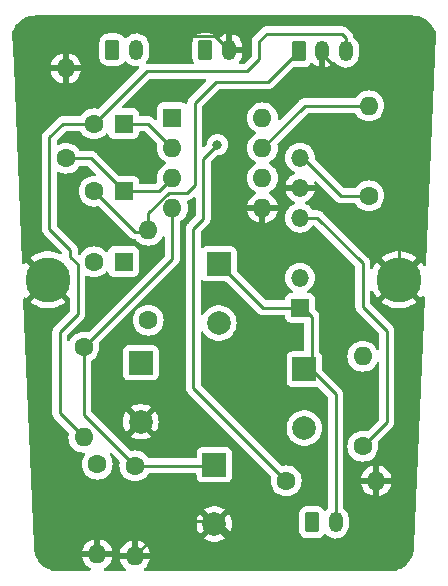
<source format=gbr>
%TF.GenerationSoftware,KiCad,Pcbnew,7.0.7*%
%TF.CreationDate,2023-09-20T21:46:03-04:00*%
%TF.ProjectId,DIYmic,4449596d-6963-42e6-9b69-6361645f7063,rev?*%
%TF.SameCoordinates,Original*%
%TF.FileFunction,Copper,L1,Top*%
%TF.FilePolarity,Positive*%
%FSLAX46Y46*%
G04 Gerber Fmt 4.6, Leading zero omitted, Abs format (unit mm)*
G04 Created by KiCad (PCBNEW 7.0.7) date 2023-09-20 21:46:03*
%MOMM*%
%LPD*%
G01*
G04 APERTURE LIST*
G04 Aperture macros list*
%AMRoundRect*
0 Rectangle with rounded corners*
0 $1 Rounding radius*
0 $2 $3 $4 $5 $6 $7 $8 $9 X,Y pos of 4 corners*
0 Add a 4 corners polygon primitive as box body*
4,1,4,$2,$3,$4,$5,$6,$7,$8,$9,$2,$3,0*
0 Add four circle primitives for the rounded corners*
1,1,$1+$1,$2,$3*
1,1,$1+$1,$4,$5*
1,1,$1+$1,$6,$7*
1,1,$1+$1,$8,$9*
0 Add four rect primitives between the rounded corners*
20,1,$1+$1,$2,$3,$4,$5,0*
20,1,$1+$1,$4,$5,$6,$7,0*
20,1,$1+$1,$6,$7,$8,$9,0*
20,1,$1+$1,$8,$9,$2,$3,0*%
G04 Aperture macros list end*
%TA.AperFunction,ComponentPad*%
%ADD10R,1.600000X1.600000*%
%TD*%
%TA.AperFunction,ComponentPad*%
%ADD11C,1.600000*%
%TD*%
%TA.AperFunction,ComponentPad*%
%ADD12R,2.000000X2.000000*%
%TD*%
%TA.AperFunction,ComponentPad*%
%ADD13C,2.000000*%
%TD*%
%TA.AperFunction,ComponentPad*%
%ADD14RoundRect,0.250000X-0.350000X-0.625000X0.350000X-0.625000X0.350000X0.625000X-0.350000X0.625000X0*%
%TD*%
%TA.AperFunction,ComponentPad*%
%ADD15O,1.200000X1.750000*%
%TD*%
%TA.AperFunction,ComponentPad*%
%ADD16C,3.800000*%
%TD*%
%TA.AperFunction,ComponentPad*%
%ADD17R,1.500000X1.500000*%
%TD*%
%TA.AperFunction,ComponentPad*%
%ADD18O,1.500000X1.500000*%
%TD*%
%TA.AperFunction,ComponentPad*%
%ADD19O,1.600000X1.600000*%
%TD*%
%TA.AperFunction,ViaPad*%
%ADD20C,0.800000*%
%TD*%
%TA.AperFunction,Conductor*%
%ADD21C,0.250000*%
%TD*%
G04 APERTURE END LIST*
D10*
%TO.P,C5,1*%
%TO.N,Net-(PREAMP1-Pin_3)*%
X63206000Y-57531000D03*
D11*
%TO.P,C5,2*%
%TO.N,Net-(MIC1-Pin_1)*%
X60706000Y-57531000D03*
%TD*%
D10*
%TO.P,C6,1*%
%TO.N,Net-(PREAMP1-Pin_2)*%
X63181113Y-51816000D03*
D11*
%TO.P,C6,2*%
%TO.N,Net-(MIC1-Pin_3)*%
X60681113Y-51816000D03*
%TD*%
D12*
%TO.P,C3,1*%
%TO.N,Net-(POWER1-Pin_2)*%
X71247000Y-63672323D03*
D13*
%TO.P,C3,2*%
%TO.N,Net-(POWER1-Pin_1)*%
X71247000Y-68672323D03*
%TD*%
D12*
%TO.P,C1,1*%
%TO.N,Net-(PREAMP1-Pin_7)*%
X64643000Y-72049000D03*
D13*
%TO.P,C1,2*%
%TO.N,Net-(MIC1-Pin_2)*%
X64643000Y-77049000D03*
%TD*%
D12*
%TO.P,C2,1*%
%TO.N,Net-(PREAMP1-Pin_4)*%
X70866000Y-80690323D03*
D13*
%TO.P,C2,2*%
%TO.N,Net-(MIC1-Pin_2)*%
X70866000Y-85690323D03*
%TD*%
D10*
%TO.P,C7,1*%
%TO.N,Net-(PREAMP1-Pin_6)*%
X63181113Y-63500000D03*
D11*
%TO.P,C7,2*%
%TO.N,Net-(OUT1-Pin_1)*%
X60681113Y-63500000D03*
%TD*%
D14*
%TO.P,MIC,1,Pin_1*%
%TO.N,Net-(MIC1-Pin_1)*%
X78010000Y-45678000D03*
D15*
%TO.P,MIC,2,Pin_2*%
%TO.N,Net-(MIC1-Pin_2)*%
X80010000Y-45678000D03*
%TO.P,MIC,3,Pin_3*%
%TO.N,Net-(MIC1-Pin_3)*%
X82010000Y-45678000D03*
%TD*%
D12*
%TO.P,C4,1*%
%TO.N,Net-(POWER1-Pin_2)*%
X78486000Y-72597000D03*
D13*
%TO.P,C4,2*%
%TO.N,Net-(POWER1-Pin_1)*%
X78486000Y-77597000D03*
%TD*%
D14*
%TO.P,POWER,1,Pin_1*%
%TO.N,Net-(POWER1-Pin_1)*%
X79137000Y-85556000D03*
D15*
%TO.P,POWER,2,Pin_2*%
%TO.N,Net-(POWER1-Pin_2)*%
X81137000Y-85556000D03*
%TD*%
D14*
%TO.P,OUT,1,Pin_1*%
%TO.N,Net-(OUT1-Pin_1)*%
X70120000Y-45551000D03*
D15*
%TO.P,OUT,2,Pin_2*%
%TO.N,Net-(MIC1-Pin_2)*%
X72120000Y-45551000D03*
%TD*%
D16*
%TO.P,REF\u002A\u002A,1*%
%TO.N,Net-(MIC1-Pin_2)*%
X56769000Y-65024000D03*
%TD*%
D14*
%TO.P,GAIN,1,Pin_1*%
%TO.N,Net-(GAIN1-Pin_1)*%
X62246000Y-45551000D03*
D15*
%TO.P,GAIN,2,Pin_2*%
%TO.N,Net-(GAIN1-Pin_2)*%
X64246000Y-45551000D03*
%TD*%
D16*
%TO.P,REF\u002A\u002A,1*%
%TO.N,Net-(MIC1-Pin_2)*%
X86487000Y-65024000D03*
%TD*%
D17*
%TO.P,VOLTREG,1,VIN+*%
%TO.N,Net-(POWER1-Pin_2)*%
X78123500Y-67399500D03*
D18*
%TO.P,VOLTREG,2,VIN-*%
%TO.N,Net-(POWER1-Pin_1)*%
X78123500Y-64859500D03*
%TO.P,VOLTREG,4,VOUT-*%
%TO.N,Net-(VOLTREG1-VOUT-)*%
X78123500Y-59779500D03*
%TO.P,VOLTREG,5,0V*%
%TO.N,Net-(MIC1-Pin_2)*%
X78123500Y-57239500D03*
%TO.P,VOLTREG,6,VOUT+*%
%TO.N,Net-(VOLTREG1-VOUT+)*%
X78123500Y-54699500D03*
%TD*%
D10*
%TO.P,PREAMP,1,Pin_1*%
%TO.N,Net-(GAIN1-Pin_2)*%
X67320000Y-51318000D03*
D19*
%TO.P,PREAMP,2,Pin_2*%
%TO.N,Net-(PREAMP1-Pin_2)*%
X67320000Y-53858000D03*
%TO.P,PREAMP,3,Pin_3*%
%TO.N,Net-(PREAMP1-Pin_3)*%
X67320000Y-56398000D03*
%TO.P,PREAMP,4,Pin_4*%
%TO.N,Net-(PREAMP1-Pin_4)*%
X67320000Y-58938000D03*
%TO.P,PREAMP,5,Pin_5*%
%TO.N,Net-(MIC1-Pin_2)*%
X74940000Y-58938000D03*
%TO.P,PREAMP,6,Pin_6*%
%TO.N,Net-(PREAMP1-Pin_6)*%
X74940000Y-56398000D03*
%TO.P,PREAMP,7,Pin_7*%
%TO.N,Net-(PREAMP1-Pin_7)*%
X74940000Y-53858000D03*
%TO.P,PREAMP,8,Pin_8*%
%TO.N,Net-(GAIN1-Pin_1)*%
X74940000Y-51318000D03*
%TD*%
D11*
%TO.P,R6,1*%
%TO.N,Net-(VOLTREG1-VOUT-)*%
X83439000Y-79121000D03*
D19*
%TO.P,R6,2*%
%TO.N,Net-(PREAMP1-Pin_4)*%
X83439000Y-71501000D03*
%TD*%
D11*
%TO.P,R2,1*%
%TO.N,Net-(PREAMP1-Pin_7)*%
X60960000Y-80645000D03*
D19*
%TO.P,R2,2*%
%TO.N,Net-(MIC1-Pin_2)*%
X60960000Y-88265000D03*
%TD*%
D11*
%TO.P,R7,1*%
%TO.N,Net-(PREAMP1-Pin_4)*%
X64135000Y-80772000D03*
D19*
%TO.P,R7,2*%
%TO.N,Net-(MIC1-Pin_2)*%
X64135000Y-88392000D03*
%TD*%
D11*
%TO.P,R5,1*%
%TO.N,Net-(VOLTREG1-VOUT+)*%
X83947000Y-57912000D03*
D19*
%TO.P,R5,2*%
%TO.N,Net-(PREAMP1-Pin_7)*%
X83947000Y-50292000D03*
%TD*%
D11*
%TO.P,R8,1*%
%TO.N,Net-(PREAMP1-Pin_3)*%
X58293000Y-54737000D03*
D19*
%TO.P,R8,2*%
%TO.N,Net-(MIC1-Pin_2)*%
X58293000Y-47117000D03*
%TD*%
D11*
%TO.P,R1,1*%
%TO.N,Net-(PREAMP1-Pin_4)*%
X59817000Y-70739000D03*
D19*
%TO.P,R1,2*%
%TO.N,Net-(MIC1-Pin_3)*%
X59817000Y-78359000D03*
%TD*%
D11*
%TO.P,R4,1*%
%TO.N,Net-(PREAMP1-Pin_2)*%
X76962000Y-82042000D03*
D19*
%TO.P,R4,2*%
%TO.N,Net-(MIC1-Pin_2)*%
X84582000Y-82042000D03*
%TD*%
D11*
%TO.P,R3,1*%
%TO.N,Net-(PREAMP1-Pin_7)*%
X65278000Y-68453000D03*
D19*
%TO.P,R3,2*%
%TO.N,Net-(MIC1-Pin_1)*%
X65278000Y-60833000D03*
%TD*%
D20*
%TO.N,Net-(MIC1-Pin_2)*%
X71120000Y-51689000D03*
X67183000Y-45593000D03*
X64389000Y-54610000D03*
X58928000Y-60071000D03*
X67437000Y-48768000D03*
%TO.N,Net-(PREAMP1-Pin_2)*%
X71120000Y-53594000D03*
%TD*%
D21*
%TO.N,Net-(PREAMP1-Pin_7)*%
X78506000Y-50292000D02*
X83947000Y-50292000D01*
X74940000Y-53858000D02*
X78506000Y-50292000D01*
%TO.N,Net-(MIC1-Pin_2)*%
X64008000Y-88265000D02*
X64135000Y-88392000D01*
X60960000Y-88265000D02*
X64008000Y-88265000D01*
X84582000Y-82042000D02*
X84582000Y-85598000D01*
X73279000Y-87630000D02*
X71120000Y-85471000D01*
X80010000Y-45953000D02*
X82190000Y-48133000D01*
X82550000Y-87630000D02*
X73279000Y-87630000D01*
X82190000Y-48133000D02*
X84709000Y-48133000D01*
X84582000Y-85598000D02*
X82550000Y-87630000D01*
X72120000Y-45551000D02*
X70920000Y-44351000D01*
X71120000Y-85471000D02*
X67056000Y-85471000D01*
X84709000Y-48133000D02*
X86487000Y-49911000D01*
X70920000Y-44351000D02*
X68425000Y-44351000D01*
X80010000Y-45678000D02*
X80010000Y-45953000D01*
X67056000Y-85471000D02*
X64135000Y-88392000D01*
X86487000Y-49911000D02*
X86487000Y-65024000D01*
X68425000Y-44351000D02*
X67183000Y-45593000D01*
%TO.N,Net-(PREAMP1-Pin_4)*%
X59817000Y-70739000D02*
X67320000Y-63236000D01*
X59817000Y-70739000D02*
X59817000Y-76454000D01*
X67320000Y-63236000D02*
X67320000Y-58938000D01*
X59817000Y-76454000D02*
X64135000Y-80772000D01*
X70819000Y-80772000D02*
X71120000Y-80471000D01*
X64135000Y-80772000D02*
X70819000Y-80772000D01*
%TO.N,Net-(POWER1-Pin_2)*%
X79121000Y-68143000D02*
X78377500Y-67399500D01*
X78377500Y-67399500D02*
X74974177Y-67399500D01*
X74974177Y-67399500D02*
X71247000Y-63672323D01*
X79121000Y-72689323D02*
X79121000Y-68143000D01*
X81137000Y-74705323D02*
X79121000Y-72689323D01*
X81137000Y-85556000D02*
X81137000Y-74705323D01*
%TO.N,Net-(PREAMP1-Pin_3)*%
X60412000Y-54737000D02*
X63206000Y-57531000D01*
X66187000Y-57531000D02*
X67320000Y-56398000D01*
X63206000Y-57531000D02*
X66187000Y-57531000D01*
X58674000Y-54737000D02*
X60412000Y-54737000D01*
%TO.N,Net-(MIC1-Pin_1)*%
X65278000Y-59389009D02*
X67009009Y-57658000D01*
X70993000Y-48260000D02*
X75428000Y-48260000D01*
X68580000Y-57658000D02*
X69215000Y-57023000D01*
X69215000Y-50038000D02*
X70993000Y-48260000D01*
X64135000Y-60960000D02*
X65278000Y-60960000D01*
X60706000Y-57531000D02*
X64135000Y-60960000D01*
X67009009Y-57658000D02*
X68580000Y-57658000D01*
X65278000Y-60960000D02*
X65278000Y-59389009D01*
X69215000Y-57023000D02*
X69215000Y-50038000D01*
X75428000Y-48260000D02*
X78010000Y-45678000D01*
%TO.N,Net-(PREAMP1-Pin_2)*%
X69922000Y-54792000D02*
X69922000Y-59872000D01*
X65278000Y-51816000D02*
X67320000Y-53858000D01*
X63181113Y-51816000D02*
X65278000Y-51816000D01*
X69922000Y-59872000D02*
X69088000Y-60706000D01*
X69088000Y-74168000D02*
X76962000Y-82042000D01*
X71120000Y-53594000D02*
X69922000Y-54792000D01*
X69088000Y-60706000D02*
X69088000Y-74168000D01*
%TO.N,Net-(MIC1-Pin_3)*%
X56896000Y-52959000D02*
X56896000Y-60706000D01*
X57785000Y-69469000D02*
X57785000Y-76327000D01*
X74676000Y-44831000D02*
X75311000Y-44196000D01*
X58674000Y-62484000D02*
X58674000Y-63083878D01*
X81661000Y-44196000D02*
X82010000Y-44545000D01*
X73660000Y-47371000D02*
X74676000Y-46355000D01*
X59309000Y-63718878D02*
X59309000Y-67945000D01*
X60681113Y-51816000D02*
X58039000Y-51816000D01*
X59309000Y-67945000D02*
X57785000Y-69469000D01*
X74676000Y-46355000D02*
X74676000Y-44831000D01*
X75311000Y-44196000D02*
X81661000Y-44196000D01*
X58039000Y-51816000D02*
X56896000Y-52959000D01*
X65126113Y-47371000D02*
X73660000Y-47371000D01*
X56896000Y-60706000D02*
X58674000Y-62484000D01*
X60681113Y-51816000D02*
X65126113Y-47371000D01*
X57785000Y-76327000D02*
X59817000Y-78359000D01*
X82010000Y-44545000D02*
X82010000Y-45678000D01*
X58674000Y-63083878D02*
X59309000Y-63718878D01*
%TO.N,Net-(VOLTREG1-VOUT+)*%
X83947000Y-57912000D02*
X81590000Y-57912000D01*
X81590000Y-57912000D02*
X78377500Y-54699500D01*
%TO.N,Net-(VOLTREG1-VOUT-)*%
X83439000Y-67310000D02*
X85471000Y-69342000D01*
X85471000Y-69342000D02*
X85471000Y-77089000D01*
X78377500Y-59779500D02*
X79591500Y-59779500D01*
X79591500Y-59779500D02*
X83439000Y-63627000D01*
X85471000Y-77089000D02*
X83439000Y-79121000D01*
X83439000Y-63627000D02*
X83439000Y-67310000D01*
%TD*%
%TA.AperFunction,Conductor*%
%TO.N,Net-(MIC1-Pin_2)*%
G36*
X87687031Y-42650634D02*
G01*
X87692721Y-42651008D01*
X87753162Y-42654992D01*
X87954836Y-42669765D01*
X87962443Y-42670801D01*
X88074714Y-42693258D01*
X88227211Y-42727257D01*
X88233731Y-42729091D01*
X88350866Y-42769087D01*
X88489030Y-42821977D01*
X88494405Y-42824333D01*
X88607197Y-42880306D01*
X88609992Y-42881783D01*
X88735336Y-42952197D01*
X88739573Y-42954806D01*
X88845099Y-43025808D01*
X88848360Y-43028163D01*
X88961467Y-43115596D01*
X88964579Y-43118170D01*
X89059862Y-43202395D01*
X89063446Y-43205829D01*
X89064356Y-43206774D01*
X89163165Y-43309394D01*
X89165307Y-43311735D01*
X89247872Y-43406769D01*
X89251521Y-43411397D01*
X89337522Y-43531795D01*
X89405724Y-43635060D01*
X89409146Y-43640916D01*
X89432244Y-43685937D01*
X89480465Y-43779932D01*
X89530473Y-43882910D01*
X89533403Y-43890040D01*
X89598504Y-44081489D01*
X89612827Y-44124646D01*
X89619027Y-44168975D01*
X88786263Y-63746635D01*
X88763747Y-63812777D01*
X88709046Y-63856247D01*
X88639528Y-63863242D01*
X88577263Y-63831542D01*
X88557678Y-63807807D01*
X88432486Y-63610535D01*
X88351685Y-63512864D01*
X87526444Y-64338107D01*
X87465121Y-64371592D01*
X87395429Y-64366608D01*
X87339496Y-64324736D01*
X87337755Y-64322352D01*
X87322108Y-64300378D01*
X87322104Y-64300374D01*
X87175957Y-64161023D01*
X87141022Y-64100514D01*
X87144347Y-64030724D01*
X87173846Y-63983599D01*
X88000434Y-63157012D01*
X87775530Y-62993609D01*
X87775520Y-62993602D01*
X87510890Y-62848121D01*
X87510882Y-62848117D01*
X87230110Y-62736952D01*
X87230107Y-62736951D01*
X86937600Y-62661849D01*
X86638004Y-62624000D01*
X86335995Y-62624000D01*
X86036399Y-62661849D01*
X85743892Y-62736951D01*
X85743889Y-62736952D01*
X85463117Y-62848117D01*
X85463109Y-62848121D01*
X85198479Y-62993602D01*
X85198461Y-62993614D01*
X84973565Y-63157010D01*
X84973564Y-63157012D01*
X85802765Y-63986212D01*
X85836250Y-64047535D01*
X85831266Y-64117226D01*
X85791737Y-64171363D01*
X85724458Y-64224272D01*
X85724453Y-64224277D01*
X85630278Y-64332960D01*
X85571500Y-64370734D01*
X85501630Y-64370734D01*
X85448885Y-64339438D01*
X84622312Y-63512864D01*
X84541516Y-63610530D01*
X84379707Y-63865502D01*
X84379704Y-63865508D01*
X84300698Y-64033404D01*
X84254343Y-64085682D01*
X84187083Y-64104599D01*
X84120273Y-64084150D01*
X84075124Y-64030826D01*
X84064500Y-63980607D01*
X84064500Y-63709742D01*
X84066224Y-63694122D01*
X84065939Y-63694095D01*
X84066673Y-63686333D01*
X84064500Y-63617172D01*
X84064500Y-63587656D01*
X84064500Y-63587650D01*
X84063631Y-63580779D01*
X84063173Y-63574952D01*
X84062607Y-63556935D01*
X84061710Y-63528373D01*
X84056119Y-63509130D01*
X84052173Y-63490078D01*
X84049664Y-63470208D01*
X84032504Y-63426867D01*
X84030624Y-63421379D01*
X84017618Y-63376610D01*
X84007422Y-63359370D01*
X83998861Y-63341894D01*
X83991487Y-63323270D01*
X83991486Y-63323268D01*
X83964079Y-63285545D01*
X83960888Y-63280686D01*
X83937172Y-63240583D01*
X83937165Y-63240574D01*
X83923006Y-63226415D01*
X83910368Y-63211619D01*
X83904525Y-63203577D01*
X83898594Y-63195413D01*
X83862688Y-63165709D01*
X83858376Y-63161786D01*
X80092303Y-59395712D01*
X80082480Y-59383450D01*
X80082259Y-59383634D01*
X80077286Y-59377623D01*
X80048059Y-59350177D01*
X80026864Y-59330273D01*
X80016419Y-59319828D01*
X80005975Y-59309383D01*
X80000486Y-59305125D01*
X79996061Y-59301347D01*
X79962082Y-59269438D01*
X79962080Y-59269436D01*
X79962077Y-59269435D01*
X79944529Y-59259788D01*
X79928263Y-59249104D01*
X79912433Y-59236825D01*
X79869668Y-59218318D01*
X79864422Y-59215748D01*
X79823593Y-59193303D01*
X79823592Y-59193302D01*
X79804193Y-59188322D01*
X79785781Y-59182018D01*
X79767398Y-59174062D01*
X79767392Y-59174060D01*
X79721374Y-59166772D01*
X79715652Y-59165587D01*
X79670521Y-59154000D01*
X79670519Y-59154000D01*
X79650484Y-59154000D01*
X79631086Y-59152473D01*
X79623662Y-59151297D01*
X79611305Y-59149340D01*
X79611304Y-59149340D01*
X79564916Y-59153725D01*
X79559078Y-59154000D01*
X79276650Y-59154000D01*
X79209611Y-59134315D01*
X79175075Y-59101123D01*
X79085099Y-58972624D01*
X79010362Y-58897887D01*
X78930377Y-58817902D01*
X78792478Y-58721344D01*
X78751138Y-58692397D01*
X78599324Y-58621605D01*
X78546885Y-58575432D01*
X78527733Y-58508239D01*
X78547949Y-58441358D01*
X78599325Y-58396841D01*
X78750884Y-58326168D01*
X78750886Y-58326167D01*
X78930054Y-58200712D01*
X79084712Y-58046054D01*
X79210166Y-57866887D01*
X79302601Y-57668659D01*
X79302605Y-57668650D01*
X79350608Y-57489500D01*
X78585547Y-57489500D01*
X78518508Y-57469815D01*
X78472753Y-57417011D01*
X78462809Y-57347853D01*
X78465342Y-57335057D01*
X78467479Y-57326614D01*
X78467482Y-57326608D01*
X78477128Y-57210198D01*
X78460349Y-57143938D01*
X78462975Y-57074119D01*
X78502931Y-57016802D01*
X78567532Y-56990186D01*
X78580555Y-56989500D01*
X79350608Y-56989500D01*
X79350608Y-56989499D01*
X79312150Y-56845971D01*
X79313813Y-56776122D01*
X79352975Y-56718259D01*
X79417204Y-56690755D01*
X79486106Y-56702341D01*
X79519606Y-56726197D01*
X81089197Y-58295788D01*
X81099022Y-58308051D01*
X81099243Y-58307869D01*
X81104214Y-58313878D01*
X81116498Y-58325413D01*
X81154635Y-58361226D01*
X81175529Y-58382120D01*
X81181011Y-58386373D01*
X81185443Y-58390157D01*
X81219418Y-58422062D01*
X81236976Y-58431714D01*
X81253233Y-58442393D01*
X81269064Y-58454673D01*
X81288737Y-58463186D01*
X81311833Y-58473182D01*
X81317077Y-58475750D01*
X81357908Y-58498197D01*
X81370523Y-58501435D01*
X81377305Y-58503177D01*
X81395719Y-58509481D01*
X81414104Y-58517438D01*
X81460157Y-58524732D01*
X81465826Y-58525906D01*
X81510981Y-58537500D01*
X81531016Y-58537500D01*
X81550413Y-58539026D01*
X81570196Y-58542160D01*
X81616583Y-58537775D01*
X81622422Y-58537500D01*
X82732812Y-58537500D01*
X82799851Y-58557185D01*
X82834387Y-58590377D01*
X82946954Y-58751141D01*
X83107858Y-58912045D01*
X83144920Y-58937996D01*
X83294266Y-59042568D01*
X83500504Y-59138739D01*
X83720308Y-59197635D01*
X83882230Y-59211801D01*
X83946998Y-59217468D01*
X83947000Y-59217468D01*
X83947002Y-59217468D01*
X84003672Y-59212509D01*
X84173692Y-59197635D01*
X84393496Y-59138739D01*
X84599734Y-59042568D01*
X84786139Y-58912047D01*
X84947047Y-58751139D01*
X85077568Y-58564734D01*
X85173739Y-58358496D01*
X85232635Y-58138692D01*
X85252468Y-57912000D01*
X85232635Y-57685308D01*
X85173739Y-57465504D01*
X85077568Y-57259266D01*
X84955204Y-57084511D01*
X84947045Y-57072858D01*
X84786141Y-56911954D01*
X84599734Y-56781432D01*
X84599732Y-56781431D01*
X84393497Y-56685261D01*
X84393488Y-56685258D01*
X84173697Y-56626366D01*
X84173693Y-56626365D01*
X84173692Y-56626365D01*
X84173691Y-56626364D01*
X84173686Y-56626364D01*
X83947002Y-56606532D01*
X83946998Y-56606532D01*
X83720313Y-56626364D01*
X83720302Y-56626366D01*
X83500511Y-56685258D01*
X83500502Y-56685261D01*
X83294267Y-56781431D01*
X83294265Y-56781432D01*
X83107858Y-56911954D01*
X82946954Y-57072858D01*
X82834387Y-57233623D01*
X82779811Y-57277248D01*
X82732812Y-57286500D01*
X81900452Y-57286500D01*
X81833413Y-57266815D01*
X81812771Y-57250181D01*
X79410275Y-54847684D01*
X79376790Y-54786361D01*
X79374428Y-54749200D01*
X79378777Y-54699500D01*
X79378570Y-54697139D01*
X79371400Y-54615177D01*
X79359707Y-54481523D01*
X79322090Y-54341134D01*
X79303077Y-54270177D01*
X79303076Y-54270176D01*
X79303075Y-54270170D01*
X79210602Y-54071862D01*
X79210600Y-54071859D01*
X79210599Y-54071857D01*
X79085099Y-53892624D01*
X79050473Y-53857998D01*
X78930377Y-53737902D01*
X78788079Y-53638264D01*
X78751138Y-53612397D01*
X78651984Y-53566161D01*
X78552830Y-53519925D01*
X78552826Y-53519924D01*
X78552822Y-53519922D01*
X78341477Y-53463293D01*
X78123502Y-53444223D01*
X78123498Y-53444223D01*
X77978182Y-53456936D01*
X77905523Y-53463293D01*
X77905520Y-53463293D01*
X77694177Y-53519922D01*
X77694168Y-53519926D01*
X77495861Y-53612398D01*
X77495857Y-53612400D01*
X77316621Y-53737902D01*
X77161902Y-53892621D01*
X77036400Y-54071857D01*
X77036398Y-54071861D01*
X76943926Y-54270168D01*
X76943922Y-54270177D01*
X76887293Y-54481520D01*
X76887293Y-54481524D01*
X76868223Y-54699497D01*
X76868223Y-54699502D01*
X76887293Y-54917475D01*
X76887293Y-54917479D01*
X76943922Y-55128822D01*
X76943924Y-55128826D01*
X76943925Y-55128830D01*
X76943997Y-55128984D01*
X77036397Y-55327138D01*
X77036398Y-55327139D01*
X77161902Y-55506377D01*
X77316623Y-55661098D01*
X77436829Y-55745267D01*
X77495861Y-55786602D01*
X77647675Y-55857394D01*
X77700114Y-55903566D01*
X77719266Y-55970760D01*
X77699050Y-56037641D01*
X77647675Y-56082158D01*
X77496112Y-56152833D01*
X77496108Y-56152835D01*
X77316950Y-56278283D01*
X77316944Y-56278288D01*
X77162288Y-56432944D01*
X77162283Y-56432950D01*
X77036835Y-56612108D01*
X77036833Y-56612112D01*
X76944398Y-56810340D01*
X76944394Y-56810349D01*
X76896391Y-56989499D01*
X76896392Y-56989500D01*
X77661453Y-56989500D01*
X77728492Y-57009185D01*
X77774247Y-57061989D01*
X77784191Y-57131147D01*
X77781658Y-57143943D01*
X77779517Y-57152396D01*
X77769871Y-57268799D01*
X77769871Y-57268802D01*
X77769872Y-57268802D01*
X77784510Y-57326608D01*
X77786651Y-57335060D01*
X77784025Y-57404881D01*
X77744069Y-57462198D01*
X77679468Y-57488814D01*
X77666445Y-57489500D01*
X76896392Y-57489500D01*
X76944394Y-57668650D01*
X76944398Y-57668659D01*
X77036833Y-57866887D01*
X77162287Y-58046054D01*
X77316945Y-58200712D01*
X77496113Y-58326167D01*
X77496115Y-58326168D01*
X77647674Y-58396841D01*
X77700114Y-58443013D01*
X77719266Y-58510206D01*
X77699051Y-58577088D01*
X77647676Y-58621605D01*
X77523097Y-58679697D01*
X77504121Y-58688547D01*
X77495858Y-58692400D01*
X77495857Y-58692400D01*
X77316621Y-58817902D01*
X77161902Y-58972621D01*
X77036400Y-59151857D01*
X77036398Y-59151861D01*
X76943926Y-59350168D01*
X76943922Y-59350177D01*
X76887293Y-59561520D01*
X76887293Y-59561523D01*
X76884738Y-59590732D01*
X76868430Y-59777139D01*
X76868223Y-59779500D01*
X76883228Y-59951018D01*
X76887293Y-59997475D01*
X76887293Y-59997479D01*
X76943922Y-60208822D01*
X76943924Y-60208826D01*
X76943925Y-60208830D01*
X76976497Y-60278680D01*
X77036397Y-60407138D01*
X77052765Y-60430514D01*
X77161902Y-60586377D01*
X77316623Y-60741098D01*
X77495861Y-60866602D01*
X77694170Y-60959075D01*
X77905523Y-61015707D01*
X78088426Y-61031708D01*
X78123498Y-61034777D01*
X78123500Y-61034777D01*
X78123502Y-61034777D01*
X78151754Y-61032305D01*
X78341477Y-61015707D01*
X78552830Y-60959075D01*
X78751139Y-60866602D01*
X78930377Y-60741098D01*
X79085098Y-60586377D01*
X79175075Y-60457875D01*
X79229651Y-60414252D01*
X79276649Y-60405000D01*
X79281048Y-60405000D01*
X79348087Y-60424685D01*
X79368729Y-60441319D01*
X82777180Y-63849769D01*
X82810665Y-63911092D01*
X82813499Y-63937450D01*
X82813499Y-67227261D01*
X82811776Y-67242878D01*
X82812060Y-67242905D01*
X82811326Y-67250664D01*
X82813500Y-67319814D01*
X82813500Y-67349343D01*
X82813501Y-67349360D01*
X82814368Y-67356231D01*
X82814826Y-67362050D01*
X82816290Y-67408624D01*
X82816291Y-67408627D01*
X82821880Y-67427867D01*
X82825824Y-67446911D01*
X82826588Y-67452953D01*
X82828336Y-67466791D01*
X82845490Y-67510119D01*
X82847382Y-67515647D01*
X82860381Y-67560388D01*
X82870580Y-67577634D01*
X82879138Y-67595103D01*
X82886514Y-67613732D01*
X82913898Y-67651423D01*
X82917106Y-67656307D01*
X82940827Y-67696416D01*
X82940833Y-67696424D01*
X82954990Y-67710580D01*
X82967627Y-67725375D01*
X82979406Y-67741587D01*
X82997522Y-67756574D01*
X83015309Y-67771288D01*
X83019620Y-67775210D01*
X83916727Y-68672317D01*
X84809181Y-69564771D01*
X84842666Y-69626094D01*
X84845500Y-69652452D01*
X84845500Y-70880676D01*
X84825815Y-70947715D01*
X84773011Y-70993470D01*
X84703853Y-71003414D01*
X84640297Y-70974389D01*
X84609118Y-70933081D01*
X84569568Y-70848267D01*
X84569567Y-70848265D01*
X84493060Y-70739001D01*
X84439047Y-70661861D01*
X84439045Y-70661858D01*
X84278141Y-70500954D01*
X84091734Y-70370432D01*
X84091732Y-70370431D01*
X83885497Y-70274261D01*
X83885488Y-70274258D01*
X83665697Y-70215366D01*
X83665693Y-70215365D01*
X83665692Y-70215365D01*
X83665691Y-70215364D01*
X83665686Y-70215364D01*
X83439002Y-70195532D01*
X83438998Y-70195532D01*
X83212313Y-70215364D01*
X83212302Y-70215366D01*
X82992511Y-70274258D01*
X82992502Y-70274261D01*
X82786267Y-70370431D01*
X82786265Y-70370432D01*
X82599858Y-70500954D01*
X82438954Y-70661858D01*
X82308432Y-70848265D01*
X82308431Y-70848267D01*
X82212261Y-71054502D01*
X82212258Y-71054511D01*
X82153366Y-71274302D01*
X82153364Y-71274313D01*
X82133532Y-71500998D01*
X82133532Y-71501001D01*
X82153364Y-71727686D01*
X82153366Y-71727697D01*
X82212258Y-71947488D01*
X82212261Y-71947497D01*
X82308431Y-72153732D01*
X82308432Y-72153734D01*
X82438954Y-72340141D01*
X82599858Y-72501045D01*
X82599861Y-72501047D01*
X82786266Y-72631568D01*
X82992504Y-72727739D01*
X83212308Y-72786635D01*
X83374230Y-72800801D01*
X83438998Y-72806468D01*
X83439000Y-72806468D01*
X83439002Y-72806468D01*
X83495673Y-72801509D01*
X83665692Y-72786635D01*
X83885496Y-72727739D01*
X84091734Y-72631568D01*
X84278139Y-72501047D01*
X84439047Y-72340139D01*
X84569568Y-72153734D01*
X84609119Y-72068916D01*
X84655290Y-72016479D01*
X84722484Y-71997327D01*
X84789365Y-72017543D01*
X84834699Y-72070708D01*
X84845500Y-72121323D01*
X84845500Y-76778546D01*
X84825815Y-76845585D01*
X84809181Y-76866227D01*
X83853821Y-77821586D01*
X83792498Y-77855071D01*
X83734048Y-77853680D01*
X83665697Y-77835366D01*
X83665693Y-77835365D01*
X83665692Y-77835365D01*
X83552346Y-77825448D01*
X83439001Y-77815532D01*
X83438998Y-77815532D01*
X83212313Y-77835364D01*
X83212302Y-77835366D01*
X82992511Y-77894258D01*
X82992502Y-77894261D01*
X82786267Y-77990431D01*
X82786265Y-77990432D01*
X82599858Y-78120954D01*
X82438954Y-78281858D01*
X82308432Y-78468265D01*
X82308431Y-78468267D01*
X82212261Y-78674502D01*
X82212258Y-78674511D01*
X82153366Y-78894302D01*
X82153364Y-78894313D01*
X82133532Y-79120998D01*
X82133532Y-79121001D01*
X82153364Y-79347686D01*
X82153366Y-79347697D01*
X82212258Y-79567488D01*
X82212261Y-79567497D01*
X82308431Y-79773732D01*
X82308432Y-79773734D01*
X82438954Y-79960141D01*
X82599858Y-80121045D01*
X82599861Y-80121047D01*
X82786266Y-80251568D01*
X82992504Y-80347739D01*
X83212308Y-80406635D01*
X83374230Y-80420801D01*
X83438998Y-80426468D01*
X83439000Y-80426468D01*
X83439002Y-80426468D01*
X83495673Y-80421509D01*
X83665692Y-80406635D01*
X83885496Y-80347739D01*
X84091734Y-80251568D01*
X84278139Y-80121047D01*
X84439047Y-79960139D01*
X84569568Y-79773734D01*
X84665739Y-79567496D01*
X84724635Y-79347692D01*
X84744468Y-79121000D01*
X84724635Y-78894308D01*
X84706318Y-78825948D01*
X84707981Y-78756103D01*
X84738410Y-78706179D01*
X85854788Y-77589801D01*
X85867042Y-77579986D01*
X85866859Y-77579764D01*
X85872866Y-77574792D01*
X85872877Y-77574786D01*
X85911478Y-77533680D01*
X85920227Y-77524364D01*
X85930671Y-77513918D01*
X85941120Y-77503471D01*
X85945379Y-77497978D01*
X85949152Y-77493561D01*
X85981062Y-77459582D01*
X85990715Y-77442020D01*
X86001389Y-77425770D01*
X86013673Y-77409936D01*
X86032180Y-77367167D01*
X86034749Y-77361924D01*
X86057196Y-77321093D01*
X86057197Y-77321092D01*
X86062177Y-77301691D01*
X86068478Y-77283288D01*
X86076438Y-77264896D01*
X86083730Y-77218849D01*
X86084911Y-77213152D01*
X86096500Y-77168019D01*
X86096500Y-77147983D01*
X86098027Y-77128582D01*
X86101160Y-77108804D01*
X86096775Y-77062415D01*
X86096500Y-77056577D01*
X86096500Y-69424742D01*
X86098224Y-69409122D01*
X86097939Y-69409096D01*
X86098671Y-69401340D01*
X86098673Y-69401333D01*
X86096500Y-69332185D01*
X86096500Y-69302650D01*
X86095631Y-69295772D01*
X86095172Y-69289943D01*
X86094693Y-69274710D01*
X86093709Y-69243373D01*
X86088122Y-69224144D01*
X86084174Y-69205084D01*
X86081664Y-69185208D01*
X86081663Y-69185206D01*
X86081663Y-69185204D01*
X86064512Y-69141887D01*
X86062619Y-69136358D01*
X86049618Y-69091609D01*
X86049616Y-69091606D01*
X86039423Y-69074371D01*
X86030861Y-69056894D01*
X86023487Y-69038270D01*
X86023486Y-69038268D01*
X85996079Y-69000545D01*
X85992888Y-68995686D01*
X85985512Y-68983214D01*
X85969170Y-68955580D01*
X85969168Y-68955578D01*
X85969165Y-68955574D01*
X85955006Y-68941415D01*
X85942368Y-68926619D01*
X85937657Y-68920135D01*
X85930594Y-68910413D01*
X85894688Y-68880709D01*
X85890376Y-68876786D01*
X84100819Y-67087228D01*
X84067334Y-67025905D01*
X84064500Y-66999547D01*
X84064500Y-66067392D01*
X84084185Y-66000353D01*
X84136989Y-65954598D01*
X84206147Y-65944654D01*
X84269703Y-65973679D01*
X84300699Y-66014595D01*
X84379709Y-66182500D01*
X84541513Y-66437464D01*
X84622312Y-66535133D01*
X85447554Y-65709891D01*
X85508877Y-65676406D01*
X85578568Y-65681390D01*
X85634502Y-65723261D01*
X85636242Y-65725644D01*
X85651893Y-65747623D01*
X85651895Y-65747625D01*
X85798041Y-65886975D01*
X85832976Y-65947484D01*
X85829651Y-66017274D01*
X85800152Y-66064399D01*
X84973564Y-66890986D01*
X85198474Y-67054393D01*
X85198485Y-67054400D01*
X85463109Y-67199878D01*
X85463117Y-67199882D01*
X85743889Y-67311047D01*
X85743892Y-67311048D01*
X86036399Y-67386150D01*
X86335995Y-67423999D01*
X86336007Y-67424000D01*
X86637993Y-67424000D01*
X86638004Y-67423999D01*
X86937600Y-67386150D01*
X87230107Y-67311048D01*
X87230110Y-67311047D01*
X87510882Y-67199882D01*
X87510890Y-67199878D01*
X87775514Y-67054400D01*
X87775525Y-67054393D01*
X88000433Y-66890986D01*
X88000434Y-66890986D01*
X87171234Y-66061787D01*
X87137749Y-66000464D01*
X87142733Y-65930773D01*
X87182263Y-65876636D01*
X87249540Y-65823729D01*
X87343723Y-65715035D01*
X87402496Y-65677264D01*
X87472365Y-65677263D01*
X87525113Y-65708560D01*
X88351686Y-66535133D01*
X88432482Y-66437470D01*
X88440719Y-66424491D01*
X88493260Y-66378433D01*
X88562360Y-66368093D01*
X88626081Y-66396752D01*
X88664193Y-66455313D01*
X88669306Y-66496200D01*
X87771574Y-87601221D01*
X87769500Y-87607313D01*
X87769500Y-87647986D01*
X87769372Y-87651965D01*
X87765005Y-87719885D01*
X87750372Y-87924636D01*
X87749383Y-87932087D01*
X87738248Y-87989176D01*
X87727010Y-88046794D01*
X87693276Y-88201985D01*
X87691521Y-88208385D01*
X87651703Y-88328123D01*
X87599154Y-88469126D01*
X87596898Y-88474415D01*
X87541117Y-88590049D01*
X87539703Y-88592804D01*
X87469646Y-88721221D01*
X87467149Y-88725399D01*
X87396342Y-88833971D01*
X87394062Y-88837233D01*
X87306955Y-88953717D01*
X87304469Y-88956828D01*
X87220317Y-89055469D01*
X87217015Y-89059045D01*
X87113657Y-89162527D01*
X87111415Y-89164662D01*
X87016257Y-89250867D01*
X87011820Y-89254526D01*
X86891432Y-89344785D01*
X86787824Y-89416834D01*
X86782181Y-89420325D01*
X86642843Y-89496561D01*
X86539165Y-89550434D01*
X86532293Y-89553491D01*
X86339954Y-89625438D01*
X86294957Y-89641904D01*
X86252344Y-89649456D01*
X71684901Y-89649500D01*
X71684900Y-89649500D01*
X64998789Y-89649551D01*
X64931749Y-89629867D01*
X64885994Y-89577063D01*
X64876050Y-89507905D01*
X64905074Y-89444349D01*
X64927665Y-89423975D01*
X64973821Y-89391656D01*
X65134657Y-89230820D01*
X65265134Y-89044482D01*
X65361265Y-88838326D01*
X65361269Y-88838317D01*
X65413872Y-88642000D01*
X64645576Y-88642000D01*
X64578537Y-88622315D01*
X64532782Y-88569511D01*
X64522838Y-88500353D01*
X64523103Y-88498603D01*
X64539986Y-88392003D01*
X64539986Y-88391996D01*
X64523103Y-88285397D01*
X64532058Y-88216104D01*
X64577054Y-88162652D01*
X64643806Y-88142013D01*
X64645576Y-88142000D01*
X65413872Y-88142000D01*
X65413872Y-88141999D01*
X65361269Y-87945682D01*
X65361265Y-87945673D01*
X65265134Y-87739517D01*
X65134657Y-87553179D01*
X64973820Y-87392342D01*
X64787482Y-87261865D01*
X64581328Y-87165734D01*
X64384999Y-87113127D01*
X64385000Y-87881424D01*
X64365315Y-87948463D01*
X64312511Y-87994218D01*
X64243353Y-88004162D01*
X64241602Y-88003897D01*
X64166486Y-87992000D01*
X64166481Y-87992000D01*
X64103519Y-87992000D01*
X64103514Y-87992000D01*
X64028398Y-88003897D01*
X63959104Y-87994942D01*
X63905652Y-87949946D01*
X63885013Y-87883194D01*
X63885000Y-87881424D01*
X63884999Y-87113127D01*
X63688671Y-87165734D01*
X63482517Y-87261865D01*
X63296179Y-87392342D01*
X63135342Y-87553179D01*
X63004865Y-87739517D01*
X62908734Y-87945673D01*
X62908730Y-87945682D01*
X62856127Y-88141999D01*
X62856128Y-88142000D01*
X63624424Y-88142000D01*
X63691463Y-88161685D01*
X63737218Y-88214489D01*
X63747162Y-88283647D01*
X63746897Y-88285397D01*
X63730014Y-88391996D01*
X63730014Y-88392003D01*
X63746897Y-88498603D01*
X63737942Y-88567896D01*
X63692946Y-88621348D01*
X63626194Y-88641987D01*
X63624424Y-88642000D01*
X62856128Y-88642000D01*
X62908730Y-88838317D01*
X62908734Y-88838326D01*
X63004865Y-89044482D01*
X63135342Y-89230820D01*
X63296183Y-89391661D01*
X63342354Y-89423991D01*
X63385979Y-89478568D01*
X63393171Y-89548067D01*
X63361648Y-89610421D01*
X63301418Y-89645834D01*
X63271231Y-89649565D01*
X61626153Y-89649578D01*
X61559113Y-89629894D01*
X61513358Y-89577090D01*
X61503414Y-89507932D01*
X61532438Y-89444376D01*
X61573749Y-89413195D01*
X61612482Y-89395133D01*
X61798820Y-89264657D01*
X61959657Y-89103820D01*
X62090134Y-88917482D01*
X62186265Y-88711326D01*
X62186269Y-88711317D01*
X62238872Y-88515000D01*
X61470576Y-88515000D01*
X61403537Y-88495315D01*
X61357782Y-88442511D01*
X61347838Y-88373353D01*
X61348103Y-88371603D01*
X61364986Y-88265003D01*
X61364986Y-88264996D01*
X61348103Y-88158397D01*
X61357058Y-88089104D01*
X61402054Y-88035652D01*
X61468806Y-88015013D01*
X61470576Y-88015000D01*
X62238872Y-88015000D01*
X62238872Y-88014999D01*
X62186269Y-87818682D01*
X62186265Y-87818673D01*
X62090134Y-87612517D01*
X61959657Y-87426179D01*
X61798820Y-87265342D01*
X61612482Y-87134865D01*
X61406328Y-87038734D01*
X61209999Y-86986127D01*
X61210000Y-87754424D01*
X61190315Y-87821463D01*
X61137511Y-87867218D01*
X61068353Y-87877162D01*
X61066602Y-87876897D01*
X60991486Y-87865000D01*
X60991481Y-87865000D01*
X60928519Y-87865000D01*
X60928512Y-87865000D01*
X60853396Y-87876897D01*
X60784103Y-87867942D01*
X60730651Y-87822946D01*
X60710012Y-87756194D01*
X60709999Y-87754424D01*
X60709999Y-86986127D01*
X60513672Y-87038734D01*
X60307517Y-87134865D01*
X60121179Y-87265342D01*
X59960342Y-87426179D01*
X59829865Y-87612517D01*
X59733734Y-87818673D01*
X59733730Y-87818682D01*
X59681127Y-88014999D01*
X59681128Y-88015000D01*
X60449424Y-88015000D01*
X60516463Y-88034685D01*
X60562218Y-88087489D01*
X60572162Y-88156647D01*
X60571897Y-88158397D01*
X60555014Y-88264996D01*
X60555014Y-88265003D01*
X60571897Y-88371603D01*
X60562942Y-88440896D01*
X60517946Y-88494348D01*
X60451194Y-88514987D01*
X60449424Y-88515000D01*
X59681128Y-88515000D01*
X59733730Y-88711317D01*
X59733734Y-88711326D01*
X59829865Y-88917482D01*
X59960342Y-89103820D01*
X60121179Y-89264657D01*
X60307515Y-89395132D01*
X60346273Y-89413205D01*
X60398713Y-89459377D01*
X60417865Y-89526571D01*
X60397650Y-89593452D01*
X60344485Y-89638787D01*
X60293870Y-89649588D01*
X57118179Y-89649613D01*
X57075596Y-89642072D01*
X57030502Y-89625584D01*
X56838176Y-89553700D01*
X56831301Y-89550644D01*
X56727571Y-89496773D01*
X56659183Y-89459377D01*
X56588177Y-89420549D01*
X56582561Y-89417075D01*
X56478909Y-89345024D01*
X56371668Y-89264657D01*
X56358478Y-89254772D01*
X56354045Y-89251117D01*
X56258834Y-89164895D01*
X56256591Y-89162760D01*
X56256358Y-89162527D01*
X56153203Y-89059279D01*
X56149905Y-89055709D01*
X56065714Y-88957052D01*
X56063228Y-88953942D01*
X55976099Y-88837464D01*
X55973832Y-88834223D01*
X55902954Y-88725568D01*
X55900469Y-88721411D01*
X55900365Y-88721221D01*
X55830399Y-88593000D01*
X55828984Y-88590246D01*
X55813420Y-88557990D01*
X55773158Y-88474549D01*
X55770918Y-88469296D01*
X55718350Y-88328270D01*
X55703507Y-88283647D01*
X55678503Y-88208477D01*
X55676752Y-88202088D01*
X55668178Y-88162652D01*
X55643011Y-88046891D01*
X55640630Y-88034685D01*
X55620619Y-87932116D01*
X55619635Y-87924701D01*
X55604995Y-87719885D01*
X55600628Y-87651973D01*
X55600500Y-87647993D01*
X55600500Y-87617303D01*
X55598424Y-87601229D01*
X55517111Y-85690328D01*
X69360859Y-85690328D01*
X69381385Y-85938052D01*
X69381387Y-85938061D01*
X69442412Y-86179040D01*
X69542266Y-86406687D01*
X69642564Y-86560205D01*
X70257050Y-85945718D01*
X70318373Y-85912233D01*
X70388064Y-85917217D01*
X70443998Y-85959088D01*
X70449039Y-85966348D01*
X70449048Y-85966362D01*
X70484239Y-86021121D01*
X70599602Y-86121082D01*
X70597293Y-86123745D01*
X70632006Y-86163822D01*
X70641935Y-86232983D01*
X70612898Y-86296533D01*
X70606882Y-86302992D01*
X69995942Y-86913932D01*
X70042768Y-86950378D01*
X70042770Y-86950379D01*
X70261385Y-87068687D01*
X70261396Y-87068692D01*
X70496506Y-87149406D01*
X70741707Y-87190323D01*
X70990293Y-87190323D01*
X71235493Y-87149406D01*
X71470603Y-87068692D01*
X71470614Y-87068687D01*
X71689228Y-86950380D01*
X71689231Y-86950378D01*
X71736056Y-86913932D01*
X71125116Y-86302992D01*
X71091631Y-86241669D01*
X71096615Y-86171977D01*
X71133641Y-86122516D01*
X71132398Y-86121082D01*
X71139100Y-86115275D01*
X71247761Y-86021121D01*
X71282954Y-85966360D01*
X71335755Y-85920606D01*
X71404914Y-85910662D01*
X71468470Y-85939686D01*
X71474949Y-85945719D01*
X72089434Y-86560205D01*
X72189731Y-86406692D01*
X72289587Y-86179040D01*
X72350612Y-85938061D01*
X72350614Y-85938052D01*
X72371141Y-85690328D01*
X72371141Y-85690317D01*
X72350614Y-85442593D01*
X72350612Y-85442584D01*
X72289587Y-85201605D01*
X72189731Y-84973953D01*
X72089434Y-84820439D01*
X71474949Y-85434925D01*
X71413626Y-85468410D01*
X71343934Y-85463426D01*
X71288001Y-85421554D01*
X71282953Y-85414284D01*
X71247761Y-85359525D01*
X71132398Y-85259564D01*
X71134698Y-85256908D01*
X71099960Y-85216751D01*
X71090074Y-85147584D01*
X71119152Y-85084052D01*
X71125116Y-85077652D01*
X71736056Y-84466712D01*
X71689229Y-84430266D01*
X71470614Y-84311958D01*
X71470603Y-84311953D01*
X71235493Y-84231239D01*
X70990293Y-84190323D01*
X70741707Y-84190323D01*
X70496506Y-84231239D01*
X70261396Y-84311953D01*
X70261390Y-84311955D01*
X70042761Y-84430272D01*
X69995942Y-84466711D01*
X69995942Y-84466713D01*
X70606883Y-85077653D01*
X70640368Y-85138976D01*
X70635384Y-85208667D01*
X70598358Y-85258128D01*
X70599602Y-85259564D01*
X70484238Y-85359525D01*
X70449046Y-85414285D01*
X70396242Y-85460040D01*
X70327083Y-85469983D01*
X70263528Y-85440957D01*
X70257050Y-85434926D01*
X69642564Y-84820439D01*
X69542267Y-84973955D01*
X69442412Y-85201605D01*
X69381387Y-85442584D01*
X69381385Y-85442593D01*
X69360859Y-85690317D01*
X69360859Y-85690328D01*
X55517111Y-85690328D01*
X54706729Y-66645855D01*
X54723546Y-66578041D01*
X54774357Y-66530083D01*
X54843030Y-66517208D01*
X54884904Y-66534219D01*
X54904312Y-66535134D01*
X55729554Y-65709891D01*
X55790877Y-65676406D01*
X55860568Y-65681390D01*
X55916502Y-65723261D01*
X55918242Y-65725644D01*
X55933893Y-65747623D01*
X55933895Y-65747625D01*
X56080041Y-65886975D01*
X56114976Y-65947484D01*
X56111651Y-66017274D01*
X56082152Y-66064399D01*
X55255564Y-66890986D01*
X55480474Y-67054393D01*
X55480485Y-67054400D01*
X55745109Y-67199878D01*
X55745117Y-67199882D01*
X56025889Y-67311047D01*
X56025892Y-67311048D01*
X56318399Y-67386150D01*
X56617995Y-67423999D01*
X56618007Y-67424000D01*
X56919993Y-67424000D01*
X56920004Y-67423999D01*
X57219600Y-67386150D01*
X57512107Y-67311048D01*
X57512110Y-67311047D01*
X57792882Y-67199882D01*
X57792890Y-67199878D01*
X58057514Y-67054400D01*
X58057525Y-67054393D01*
X58282433Y-66890986D01*
X58282434Y-66890986D01*
X57453234Y-66061787D01*
X57419749Y-66000464D01*
X57424733Y-65930773D01*
X57464263Y-65876636D01*
X57531540Y-65823729D01*
X57625723Y-65715035D01*
X57684496Y-65677264D01*
X57754365Y-65677263D01*
X57807113Y-65708560D01*
X58647181Y-66548628D01*
X58680666Y-66609951D01*
X58683500Y-66636309D01*
X58683499Y-67634546D01*
X58663814Y-67701586D01*
X58647180Y-67722227D01*
X57401208Y-68968199D01*
X57388951Y-68978020D01*
X57389134Y-68978241D01*
X57383123Y-68983213D01*
X57335772Y-69033636D01*
X57314889Y-69054519D01*
X57314877Y-69054532D01*
X57310621Y-69060017D01*
X57306837Y-69064447D01*
X57274937Y-69098418D01*
X57274936Y-69098420D01*
X57265284Y-69115976D01*
X57254610Y-69132226D01*
X57242329Y-69148061D01*
X57242324Y-69148068D01*
X57223815Y-69190838D01*
X57221245Y-69196084D01*
X57198803Y-69236906D01*
X57193822Y-69256307D01*
X57187521Y-69274710D01*
X57179562Y-69293102D01*
X57179561Y-69293105D01*
X57172271Y-69339127D01*
X57171087Y-69344846D01*
X57159501Y-69389972D01*
X57159500Y-69389982D01*
X57159500Y-69410016D01*
X57157973Y-69429416D01*
X57154839Y-69449194D01*
X57159224Y-69495580D01*
X57159499Y-69501417D01*
X57159499Y-76244255D01*
X57157776Y-76259872D01*
X57158061Y-76259899D01*
X57157326Y-76267665D01*
X57159500Y-76336814D01*
X57159500Y-76366343D01*
X57159501Y-76366360D01*
X57160368Y-76373231D01*
X57160826Y-76379050D01*
X57162290Y-76425624D01*
X57162291Y-76425627D01*
X57167880Y-76444867D01*
X57171824Y-76463911D01*
X57174336Y-76483792D01*
X57183232Y-76506261D01*
X57191490Y-76527119D01*
X57193382Y-76532647D01*
X57206381Y-76577388D01*
X57216580Y-76594634D01*
X57225136Y-76612100D01*
X57232514Y-76630732D01*
X57245411Y-76648484D01*
X57259898Y-76668423D01*
X57263106Y-76673307D01*
X57286827Y-76713416D01*
X57286833Y-76713424D01*
X57300990Y-76727580D01*
X57313627Y-76742375D01*
X57325406Y-76758587D01*
X57351569Y-76780231D01*
X57361309Y-76788288D01*
X57365620Y-76792210D01*
X58235078Y-77661669D01*
X58517586Y-77944177D01*
X58551071Y-78005500D01*
X58549680Y-78063949D01*
X58531367Y-78132296D01*
X58531364Y-78132313D01*
X58511532Y-78358999D01*
X58511532Y-78359001D01*
X58531364Y-78585686D01*
X58531366Y-78585697D01*
X58590258Y-78805488D01*
X58590261Y-78805497D01*
X58686431Y-79011732D01*
X58686432Y-79011734D01*
X58816954Y-79198141D01*
X58977858Y-79359045D01*
X59024693Y-79391839D01*
X59164266Y-79489568D01*
X59370504Y-79585739D01*
X59370509Y-79585740D01*
X59370511Y-79585741D01*
X59410799Y-79596536D01*
X59590308Y-79644635D01*
X59752230Y-79658801D01*
X59816998Y-79664468D01*
X59820756Y-79664468D01*
X59822350Y-79664936D01*
X59822393Y-79664940D01*
X59822392Y-79664948D01*
X59887795Y-79684153D01*
X59933550Y-79736957D01*
X59943494Y-79806115D01*
X59922331Y-79859591D01*
X59829432Y-79992265D01*
X59829431Y-79992267D01*
X59733261Y-80198502D01*
X59733258Y-80198511D01*
X59674366Y-80418302D01*
X59674364Y-80418313D01*
X59654532Y-80644998D01*
X59654532Y-80645001D01*
X59674364Y-80871686D01*
X59674366Y-80871697D01*
X59733258Y-81091488D01*
X59733261Y-81091497D01*
X59829431Y-81297732D01*
X59829432Y-81297734D01*
X59959954Y-81484141D01*
X60120858Y-81645045D01*
X60120861Y-81645047D01*
X60307266Y-81775568D01*
X60513504Y-81871739D01*
X60733308Y-81930635D01*
X60895230Y-81944801D01*
X60959998Y-81950468D01*
X60960000Y-81950468D01*
X60960002Y-81950468D01*
X61016672Y-81945509D01*
X61186692Y-81930635D01*
X61406496Y-81871739D01*
X61612734Y-81775568D01*
X61799139Y-81645047D01*
X61960047Y-81484139D01*
X62090568Y-81297734D01*
X62186739Y-81091496D01*
X62245635Y-80871692D01*
X62265468Y-80645000D01*
X62245635Y-80418308D01*
X62186739Y-80198504D01*
X62090568Y-79992266D01*
X62015720Y-79885371D01*
X61993393Y-79819165D01*
X62010404Y-79751397D01*
X62061352Y-79703585D01*
X62130062Y-79690907D01*
X62194718Y-79717389D01*
X62204976Y-79726567D01*
X62835586Y-80357177D01*
X62869071Y-80418500D01*
X62867680Y-80476949D01*
X62849367Y-80545296D01*
X62849364Y-80545313D01*
X62829532Y-80771999D01*
X62829532Y-80772001D01*
X62849364Y-80998686D01*
X62849366Y-80998697D01*
X62908258Y-81218488D01*
X62908261Y-81218497D01*
X63004431Y-81424732D01*
X63004432Y-81424734D01*
X63134954Y-81611141D01*
X63295858Y-81772045D01*
X63324356Y-81791999D01*
X63482266Y-81902568D01*
X63688504Y-81998739D01*
X63908308Y-82057635D01*
X64070230Y-82071801D01*
X64134998Y-82077468D01*
X64135000Y-82077468D01*
X64135002Y-82077468D01*
X64191673Y-82072509D01*
X64361692Y-82057635D01*
X64581496Y-81998739D01*
X64787734Y-81902568D01*
X64974139Y-81772047D01*
X65135047Y-81611139D01*
X65223973Y-81484139D01*
X65247613Y-81450377D01*
X65302189Y-81406752D01*
X65349188Y-81397500D01*
X69241501Y-81397500D01*
X69308540Y-81417185D01*
X69354295Y-81469989D01*
X69365501Y-81521500D01*
X69365501Y-81738199D01*
X69371908Y-81797806D01*
X69422202Y-81932651D01*
X69422206Y-81932658D01*
X69508452Y-82047867D01*
X69508455Y-82047870D01*
X69623664Y-82134116D01*
X69623671Y-82134120D01*
X69758517Y-82184414D01*
X69758516Y-82184414D01*
X69765444Y-82185158D01*
X69818127Y-82190823D01*
X71913872Y-82190822D01*
X71973483Y-82184414D01*
X72108331Y-82134119D01*
X72223546Y-82047869D01*
X72309796Y-81932654D01*
X72360091Y-81797806D01*
X72366500Y-81738196D01*
X72366499Y-79642451D01*
X72360091Y-79582840D01*
X72354368Y-79567497D01*
X72309797Y-79447994D01*
X72309793Y-79447987D01*
X72223547Y-79332778D01*
X72223544Y-79332775D01*
X72108335Y-79246529D01*
X72108328Y-79246525D01*
X71973482Y-79196231D01*
X71973483Y-79196231D01*
X71913883Y-79189824D01*
X71913881Y-79189823D01*
X71913873Y-79189823D01*
X71913864Y-79189823D01*
X69818129Y-79189823D01*
X69818123Y-79189824D01*
X69758516Y-79196231D01*
X69623671Y-79246525D01*
X69623664Y-79246529D01*
X69508455Y-79332775D01*
X69508452Y-79332778D01*
X69422206Y-79447987D01*
X69422202Y-79447994D01*
X69371908Y-79582840D01*
X69365609Y-79641432D01*
X69365501Y-79642446D01*
X69365500Y-79642458D01*
X69365500Y-80022500D01*
X69345815Y-80089539D01*
X69293011Y-80135294D01*
X69241500Y-80146500D01*
X65349188Y-80146500D01*
X65282149Y-80126815D01*
X65247613Y-80093623D01*
X65135045Y-79932858D01*
X64974141Y-79771954D01*
X64787734Y-79641432D01*
X64787732Y-79641431D01*
X64581497Y-79545261D01*
X64581488Y-79545258D01*
X64361697Y-79486366D01*
X64361693Y-79486365D01*
X64361692Y-79486365D01*
X64361691Y-79486364D01*
X64361686Y-79486364D01*
X64135002Y-79466532D01*
X64134999Y-79466532D01*
X63908313Y-79486364D01*
X63908296Y-79486367D01*
X63839949Y-79504680D01*
X63770099Y-79503016D01*
X63720177Y-79472586D01*
X61296596Y-77049005D01*
X63137859Y-77049005D01*
X63158385Y-77296729D01*
X63158387Y-77296738D01*
X63219412Y-77537717D01*
X63319266Y-77765364D01*
X63419564Y-77918882D01*
X64034050Y-77304395D01*
X64095373Y-77270910D01*
X64165064Y-77275894D01*
X64220998Y-77317765D01*
X64226039Y-77325025D01*
X64241567Y-77349187D01*
X64261239Y-77379798D01*
X64376602Y-77479759D01*
X64374293Y-77482422D01*
X64409006Y-77522499D01*
X64418935Y-77591660D01*
X64389898Y-77655210D01*
X64383882Y-77661669D01*
X63772942Y-78272609D01*
X63819768Y-78309055D01*
X63819770Y-78309056D01*
X64038385Y-78427364D01*
X64038396Y-78427369D01*
X64273506Y-78508083D01*
X64518707Y-78549000D01*
X64767293Y-78549000D01*
X65012493Y-78508083D01*
X65247603Y-78427369D01*
X65247614Y-78427364D01*
X65466228Y-78309057D01*
X65466231Y-78309055D01*
X65513056Y-78272609D01*
X64902116Y-77661669D01*
X64868631Y-77600346D01*
X64873615Y-77530654D01*
X64910641Y-77481193D01*
X64909398Y-77479759D01*
X64916100Y-77473952D01*
X65024761Y-77379798D01*
X65059954Y-77325037D01*
X65112755Y-77279283D01*
X65181914Y-77269339D01*
X65245470Y-77298363D01*
X65251949Y-77304396D01*
X65866434Y-77918882D01*
X65966731Y-77765369D01*
X66066587Y-77537717D01*
X66127612Y-77296738D01*
X66127614Y-77296729D01*
X66148141Y-77049005D01*
X66148141Y-77048994D01*
X66127614Y-76801270D01*
X66127612Y-76801261D01*
X66066587Y-76560282D01*
X65966731Y-76332630D01*
X65866434Y-76179116D01*
X65251949Y-76793602D01*
X65190626Y-76827087D01*
X65120934Y-76822103D01*
X65065001Y-76780231D01*
X65059953Y-76772961D01*
X65024761Y-76718202D01*
X64944301Y-76648484D01*
X64916100Y-76624048D01*
X64916099Y-76624047D01*
X64909398Y-76618241D01*
X64911698Y-76615585D01*
X64876960Y-76575428D01*
X64867074Y-76506261D01*
X64896152Y-76442729D01*
X64902116Y-76436329D01*
X65513056Y-75825389D01*
X65466229Y-75788943D01*
X65247614Y-75670635D01*
X65247603Y-75670630D01*
X65012493Y-75589916D01*
X64767293Y-75549000D01*
X64518707Y-75549000D01*
X64273506Y-75589916D01*
X64038396Y-75670630D01*
X64038390Y-75670632D01*
X63819761Y-75788949D01*
X63772942Y-75825388D01*
X63772942Y-75825390D01*
X64383883Y-76436330D01*
X64417368Y-76497653D01*
X64412384Y-76567344D01*
X64375358Y-76616805D01*
X64376602Y-76618241D01*
X64261238Y-76718202D01*
X64226046Y-76772962D01*
X64173242Y-76818717D01*
X64104083Y-76828660D01*
X64040528Y-76799634D01*
X64034050Y-76793603D01*
X63419564Y-76179116D01*
X63319267Y-76332632D01*
X63219412Y-76560282D01*
X63158387Y-76801261D01*
X63158385Y-76801270D01*
X63137859Y-77048994D01*
X63137859Y-77049005D01*
X61296596Y-77049005D01*
X60478819Y-76231228D01*
X60445334Y-76169905D01*
X60442500Y-76143547D01*
X60442500Y-73096870D01*
X63142500Y-73096870D01*
X63142501Y-73096876D01*
X63148908Y-73156483D01*
X63199202Y-73291328D01*
X63199206Y-73291335D01*
X63285452Y-73406544D01*
X63285455Y-73406547D01*
X63400664Y-73492793D01*
X63400671Y-73492797D01*
X63535517Y-73543091D01*
X63535516Y-73543091D01*
X63542444Y-73543835D01*
X63595127Y-73549500D01*
X65690872Y-73549499D01*
X65750483Y-73543091D01*
X65885331Y-73492796D01*
X66000546Y-73406546D01*
X66086796Y-73291331D01*
X66137091Y-73156483D01*
X66143500Y-73096873D01*
X66143499Y-71001128D01*
X66137091Y-70941517D01*
X66102310Y-70848265D01*
X66086797Y-70806671D01*
X66086793Y-70806664D01*
X66000547Y-70691455D01*
X66000544Y-70691452D01*
X65885335Y-70605206D01*
X65885328Y-70605202D01*
X65750482Y-70554908D01*
X65750483Y-70554908D01*
X65690883Y-70548501D01*
X65690881Y-70548500D01*
X65690873Y-70548500D01*
X65690864Y-70548500D01*
X63595129Y-70548500D01*
X63595123Y-70548501D01*
X63535516Y-70554908D01*
X63400671Y-70605202D01*
X63400664Y-70605206D01*
X63285455Y-70691452D01*
X63285452Y-70691455D01*
X63199206Y-70806664D01*
X63199202Y-70806671D01*
X63148908Y-70941517D01*
X63143323Y-70993470D01*
X63142501Y-71001123D01*
X63142500Y-71001135D01*
X63142500Y-73096870D01*
X60442500Y-73096870D01*
X60442500Y-71953188D01*
X60462185Y-71886149D01*
X60495377Y-71851613D01*
X60543836Y-71817681D01*
X60656139Y-71739047D01*
X60817047Y-71578139D01*
X60947568Y-71391734D01*
X61043739Y-71185496D01*
X61102635Y-70965692D01*
X61122468Y-70739000D01*
X61102635Y-70512308D01*
X61084318Y-70443948D01*
X61085981Y-70374103D01*
X61116410Y-70324179D01*
X62987588Y-68453001D01*
X63972532Y-68453001D01*
X63992364Y-68679686D01*
X63992366Y-68679697D01*
X64051258Y-68899488D01*
X64051261Y-68899497D01*
X64147431Y-69105732D01*
X64147432Y-69105734D01*
X64277954Y-69292141D01*
X64438858Y-69453045D01*
X64465472Y-69471680D01*
X64625266Y-69583568D01*
X64831504Y-69679739D01*
X65051308Y-69738635D01*
X65213230Y-69752801D01*
X65277998Y-69758468D01*
X65278000Y-69758468D01*
X65278002Y-69758468D01*
X65334673Y-69753509D01*
X65504692Y-69738635D01*
X65724496Y-69679739D01*
X65930734Y-69583568D01*
X66117139Y-69453047D01*
X66278047Y-69292139D01*
X66408568Y-69105734D01*
X66504739Y-68899496D01*
X66563635Y-68679692D01*
X66583468Y-68453000D01*
X66581979Y-68435986D01*
X66574417Y-68349548D01*
X66563635Y-68226308D01*
X66507221Y-68015766D01*
X66504741Y-68006511D01*
X66504738Y-68006502D01*
X66493409Y-67982207D01*
X66408568Y-67800266D01*
X66278047Y-67613861D01*
X66278045Y-67613858D01*
X66117141Y-67452954D01*
X65930734Y-67322432D01*
X65930732Y-67322431D01*
X65724497Y-67226261D01*
X65724488Y-67226258D01*
X65504697Y-67167366D01*
X65504693Y-67167365D01*
X65504692Y-67167365D01*
X65504691Y-67167364D01*
X65504686Y-67167364D01*
X65278002Y-67147532D01*
X65277998Y-67147532D01*
X65051313Y-67167364D01*
X65051302Y-67167366D01*
X64831511Y-67226258D01*
X64831502Y-67226261D01*
X64625267Y-67322431D01*
X64625265Y-67322432D01*
X64438858Y-67452954D01*
X64277954Y-67613858D01*
X64147432Y-67800265D01*
X64147431Y-67800267D01*
X64051261Y-68006502D01*
X64051258Y-68006511D01*
X63992366Y-68226302D01*
X63992364Y-68226313D01*
X63972532Y-68452998D01*
X63972532Y-68453001D01*
X62987588Y-68453001D01*
X67703788Y-63736801D01*
X67716042Y-63726986D01*
X67715859Y-63726764D01*
X67721866Y-63721792D01*
X67721877Y-63721786D01*
X67761190Y-63679922D01*
X67769227Y-63671364D01*
X67779671Y-63660918D01*
X67790120Y-63650471D01*
X67794379Y-63644978D01*
X67798152Y-63640561D01*
X67830062Y-63606582D01*
X67839713Y-63589024D01*
X67850396Y-63572761D01*
X67862673Y-63556936D01*
X67881185Y-63514153D01*
X67883738Y-63508941D01*
X67906197Y-63468092D01*
X67911180Y-63448680D01*
X67917481Y-63430280D01*
X67925437Y-63411896D01*
X67932729Y-63365852D01*
X67933906Y-63360171D01*
X67945500Y-63315019D01*
X67945500Y-63294982D01*
X67947027Y-63275582D01*
X67950160Y-63255804D01*
X67945775Y-63209415D01*
X67945500Y-63203577D01*
X67945500Y-60152188D01*
X67965185Y-60085149D01*
X67998377Y-60050613D01*
X68072105Y-59998988D01*
X68159139Y-59938047D01*
X68320047Y-59777139D01*
X68450568Y-59590734D01*
X68546739Y-59384496D01*
X68605635Y-59164692D01*
X68625468Y-58938000D01*
X68623197Y-58912047D01*
X68611626Y-58779790D01*
X68605635Y-58711308D01*
X68555764Y-58525185D01*
X68546741Y-58491511D01*
X68546740Y-58491510D01*
X68546739Y-58491504D01*
X68531242Y-58458271D01*
X68520751Y-58389197D01*
X68549270Y-58325413D01*
X68607746Y-58287173D01*
X68639727Y-58281931D01*
X68678627Y-58280709D01*
X68697869Y-58275117D01*
X68716912Y-58271174D01*
X68736792Y-58268664D01*
X68780122Y-58251507D01*
X68785646Y-58249617D01*
X68789396Y-58248527D01*
X68830390Y-58236618D01*
X68847629Y-58226422D01*
X68865103Y-58217862D01*
X68883727Y-58210488D01*
X68883727Y-58210487D01*
X68883732Y-58210486D01*
X68921449Y-58183082D01*
X68926305Y-58179892D01*
X68966420Y-58156170D01*
X68980589Y-58141999D01*
X68995379Y-58129368D01*
X69011587Y-58117594D01*
X69041299Y-58081676D01*
X69045212Y-58077376D01*
X69084821Y-58037767D01*
X69146142Y-58004284D01*
X69215834Y-58009268D01*
X69271767Y-58051140D01*
X69296184Y-58116604D01*
X69296500Y-58125450D01*
X69296500Y-59561546D01*
X69276815Y-59628585D01*
X69260181Y-59649227D01*
X68704208Y-60205199D01*
X68691951Y-60215020D01*
X68692134Y-60215241D01*
X68686123Y-60220213D01*
X68638772Y-60270636D01*
X68617889Y-60291519D01*
X68617877Y-60291532D01*
X68613621Y-60297017D01*
X68609837Y-60301447D01*
X68577937Y-60335418D01*
X68577936Y-60335420D01*
X68568284Y-60352976D01*
X68557610Y-60369226D01*
X68545329Y-60385061D01*
X68545324Y-60385068D01*
X68526815Y-60427838D01*
X68524245Y-60433084D01*
X68501803Y-60473906D01*
X68496822Y-60493307D01*
X68490521Y-60511710D01*
X68482562Y-60530102D01*
X68482561Y-60530105D01*
X68475271Y-60576127D01*
X68474087Y-60581846D01*
X68462501Y-60626972D01*
X68462500Y-60626982D01*
X68462500Y-60647016D01*
X68460973Y-60666415D01*
X68457840Y-60686194D01*
X68457840Y-60686195D01*
X68462225Y-60732583D01*
X68462500Y-60738421D01*
X68462500Y-74085255D01*
X68460775Y-74100872D01*
X68461061Y-74100899D01*
X68460326Y-74108665D01*
X68462500Y-74177814D01*
X68462500Y-74207343D01*
X68462501Y-74207360D01*
X68463368Y-74214231D01*
X68463826Y-74220050D01*
X68465290Y-74266624D01*
X68465291Y-74266627D01*
X68470880Y-74285867D01*
X68474824Y-74304911D01*
X68477336Y-74324791D01*
X68494490Y-74368119D01*
X68496382Y-74373647D01*
X68504501Y-74401593D01*
X68509382Y-74418390D01*
X68510462Y-74420217D01*
X68519580Y-74435634D01*
X68528136Y-74453100D01*
X68535514Y-74471732D01*
X68562898Y-74509423D01*
X68566106Y-74514307D01*
X68589827Y-74554416D01*
X68589833Y-74554424D01*
X68603990Y-74568580D01*
X68616628Y-74583376D01*
X68628405Y-74599586D01*
X68628406Y-74599587D01*
X68664309Y-74629288D01*
X68668620Y-74633210D01*
X72167706Y-78132296D01*
X75662586Y-81627176D01*
X75696071Y-81688499D01*
X75694681Y-81746948D01*
X75676365Y-81815307D01*
X75676364Y-81815313D01*
X75656532Y-82041999D01*
X75656532Y-82042001D01*
X75676364Y-82268686D01*
X75676366Y-82268697D01*
X75735258Y-82488488D01*
X75735261Y-82488497D01*
X75831431Y-82694732D01*
X75831432Y-82694734D01*
X75961954Y-82881141D01*
X76122858Y-83042045D01*
X76122861Y-83042047D01*
X76309266Y-83172568D01*
X76515504Y-83268739D01*
X76735308Y-83327635D01*
X76897230Y-83341801D01*
X76961998Y-83347468D01*
X76962000Y-83347468D01*
X76962002Y-83347468D01*
X77018672Y-83342509D01*
X77188692Y-83327635D01*
X77408496Y-83268739D01*
X77614734Y-83172568D01*
X77801139Y-83042047D01*
X77962047Y-82881139D01*
X78092568Y-82694734D01*
X78188739Y-82488496D01*
X78247635Y-82268692D01*
X78266100Y-82057633D01*
X78267468Y-82042001D01*
X78267468Y-82041998D01*
X78252079Y-81866104D01*
X78247635Y-81815308D01*
X78188739Y-81595504D01*
X78092568Y-81389266D01*
X77962047Y-81202861D01*
X77962045Y-81202858D01*
X77801141Y-81041954D01*
X77614734Y-80911432D01*
X77614732Y-80911431D01*
X77408497Y-80815261D01*
X77408488Y-80815258D01*
X77188697Y-80756366D01*
X77188693Y-80756365D01*
X77188692Y-80756365D01*
X77188691Y-80756364D01*
X77188686Y-80756364D01*
X76962002Y-80736532D01*
X76961999Y-80736532D01*
X76735313Y-80756364D01*
X76735296Y-80756367D01*
X76666949Y-80774680D01*
X76597099Y-80773016D01*
X76547177Y-80742586D01*
X73401596Y-77597005D01*
X76980357Y-77597005D01*
X77000890Y-77844812D01*
X77000892Y-77844824D01*
X77061936Y-78085881D01*
X77161826Y-78313606D01*
X77297833Y-78521782D01*
X77297836Y-78521785D01*
X77466256Y-78704738D01*
X77662491Y-78857474D01*
X77881190Y-78975828D01*
X78116386Y-79056571D01*
X78361665Y-79097500D01*
X78610335Y-79097500D01*
X78855614Y-79056571D01*
X79090810Y-78975828D01*
X79309509Y-78857474D01*
X79505744Y-78704738D01*
X79674164Y-78521785D01*
X79810173Y-78313607D01*
X79910063Y-78085881D01*
X79971108Y-77844821D01*
X79971109Y-77844812D01*
X79991643Y-77597005D01*
X79991643Y-77596994D01*
X79971109Y-77349187D01*
X79971107Y-77349175D01*
X79910063Y-77108118D01*
X79810173Y-76880393D01*
X79674166Y-76672217D01*
X79624477Y-76618241D01*
X79505744Y-76489262D01*
X79309509Y-76336526D01*
X79309507Y-76336525D01*
X79309506Y-76336524D01*
X79090811Y-76218172D01*
X79090802Y-76218169D01*
X78855616Y-76137429D01*
X78610335Y-76096500D01*
X78361665Y-76096500D01*
X78116383Y-76137429D01*
X77881197Y-76218169D01*
X77881188Y-76218172D01*
X77662493Y-76336524D01*
X77466257Y-76489261D01*
X77297833Y-76672217D01*
X77161826Y-76880393D01*
X77061936Y-77108118D01*
X77000892Y-77349175D01*
X77000890Y-77349187D01*
X76980357Y-77596994D01*
X76980357Y-77597005D01*
X73401596Y-77597005D01*
X69749819Y-73945228D01*
X69716334Y-73883905D01*
X69713500Y-73857547D01*
X69713500Y-69485040D01*
X69733185Y-69418001D01*
X69785989Y-69372246D01*
X69855147Y-69362302D01*
X69918703Y-69391327D01*
X69941309Y-69417219D01*
X70058833Y-69597105D01*
X70069260Y-69608432D01*
X70227256Y-69780061D01*
X70423491Y-69932797D01*
X70642190Y-70051151D01*
X70877386Y-70131894D01*
X71122665Y-70172823D01*
X71371335Y-70172823D01*
X71616614Y-70131894D01*
X71851810Y-70051151D01*
X72070509Y-69932797D01*
X72266744Y-69780061D01*
X72435164Y-69597108D01*
X72571173Y-69388930D01*
X72671063Y-69161204D01*
X72732108Y-68920144D01*
X72732109Y-68920135D01*
X72752643Y-68672328D01*
X72752643Y-68672317D01*
X72732109Y-68424510D01*
X72732107Y-68424498D01*
X72671063Y-68183441D01*
X72571173Y-67955716D01*
X72435166Y-67747540D01*
X72388110Y-67696424D01*
X72266744Y-67564585D01*
X72070509Y-67411849D01*
X72070507Y-67411848D01*
X72070506Y-67411847D01*
X71851811Y-67293495D01*
X71851802Y-67293492D01*
X71616616Y-67212752D01*
X71371335Y-67171823D01*
X71122665Y-67171823D01*
X70877383Y-67212752D01*
X70642197Y-67293492D01*
X70642188Y-67293495D01*
X70423493Y-67411847D01*
X70227257Y-67564584D01*
X70058836Y-67747538D01*
X69941309Y-67927427D01*
X69888162Y-67972783D01*
X69818931Y-67982207D01*
X69755595Y-67952705D01*
X69718264Y-67893645D01*
X69713500Y-67859605D01*
X69713500Y-65145871D01*
X69733185Y-65078832D01*
X69785989Y-65033077D01*
X69855147Y-65023133D01*
X69911808Y-65046603D01*
X70004668Y-65116118D01*
X70004671Y-65116120D01*
X70139517Y-65166414D01*
X70139516Y-65166414D01*
X70146444Y-65167158D01*
X70199127Y-65172823D01*
X71811546Y-65172822D01*
X71878585Y-65192507D01*
X71899227Y-65209141D01*
X74473374Y-67783288D01*
X74483199Y-67795551D01*
X74483420Y-67795369D01*
X74488391Y-67801378D01*
X74514394Y-67825795D01*
X74538812Y-67848726D01*
X74559706Y-67869620D01*
X74565188Y-67873873D01*
X74569620Y-67877657D01*
X74603595Y-67909562D01*
X74621153Y-67919214D01*
X74637412Y-67929895D01*
X74653241Y-67942173D01*
X74696015Y-67960682D01*
X74701233Y-67963238D01*
X74742085Y-67985697D01*
X74761493Y-67990680D01*
X74779894Y-67996980D01*
X74798281Y-68004937D01*
X74841665Y-68011808D01*
X74844296Y-68012225D01*
X74850016Y-68013409D01*
X74895158Y-68025000D01*
X74915193Y-68025000D01*
X74934591Y-68026526D01*
X74954371Y-68029659D01*
X74954372Y-68029660D01*
X74954372Y-68029659D01*
X74954373Y-68029660D01*
X75000760Y-68025275D01*
X75006599Y-68025000D01*
X76749001Y-68025000D01*
X76816040Y-68044685D01*
X76861795Y-68097489D01*
X76873001Y-68149000D01*
X76873001Y-68197376D01*
X76879408Y-68256983D01*
X76929702Y-68391828D01*
X76929706Y-68391835D01*
X77015952Y-68507044D01*
X77015955Y-68507047D01*
X77131164Y-68593293D01*
X77131171Y-68593297D01*
X77266017Y-68643591D01*
X77266016Y-68643591D01*
X77272944Y-68644335D01*
X77325627Y-68650000D01*
X78371500Y-68649999D01*
X78438539Y-68669683D01*
X78484294Y-68722487D01*
X78495500Y-68773999D01*
X78495500Y-70972500D01*
X78475815Y-71039539D01*
X78423011Y-71085294D01*
X78371500Y-71096500D01*
X77438129Y-71096500D01*
X77438123Y-71096501D01*
X77378516Y-71102908D01*
X77243671Y-71153202D01*
X77243664Y-71153206D01*
X77128455Y-71239452D01*
X77128452Y-71239455D01*
X77042206Y-71354664D01*
X77042202Y-71354671D01*
X76991908Y-71489517D01*
X76985501Y-71549116D01*
X76985501Y-71549123D01*
X76985500Y-71549135D01*
X76985500Y-73644870D01*
X76985501Y-73644876D01*
X76991908Y-73704483D01*
X77042202Y-73839328D01*
X77042206Y-73839335D01*
X77128452Y-73954544D01*
X77128455Y-73954547D01*
X77243664Y-74040793D01*
X77243671Y-74040797D01*
X77378517Y-74091091D01*
X77378516Y-74091091D01*
X77385444Y-74091835D01*
X77438127Y-74097500D01*
X79533872Y-74097499D01*
X79574855Y-74093093D01*
X79643613Y-74105499D01*
X79675789Y-74128702D01*
X80475180Y-74928093D01*
X80508665Y-74989416D01*
X80511499Y-75015774D01*
X80511499Y-84311480D01*
X80491814Y-84378519D01*
X80459427Y-84412487D01*
X80413053Y-84445510D01*
X80413041Y-84445520D01*
X80315248Y-84548082D01*
X80254739Y-84583017D01*
X80184949Y-84579692D01*
X80128035Y-84539163D01*
X80119967Y-84527608D01*
X80114110Y-84518112D01*
X80079712Y-84462344D01*
X79955656Y-84338288D01*
X79806334Y-84246186D01*
X79639797Y-84191001D01*
X79639795Y-84191000D01*
X79537010Y-84180500D01*
X78736998Y-84180500D01*
X78736980Y-84180501D01*
X78634203Y-84191000D01*
X78634200Y-84191001D01*
X78467668Y-84246185D01*
X78467663Y-84246187D01*
X78318342Y-84338289D01*
X78194289Y-84462342D01*
X78102187Y-84611663D01*
X78102185Y-84611666D01*
X78102186Y-84611666D01*
X78047001Y-84778203D01*
X78047001Y-84778204D01*
X78047000Y-84778204D01*
X78036500Y-84880983D01*
X78036500Y-86231001D01*
X78036501Y-86231018D01*
X78047000Y-86333796D01*
X78047001Y-86333799D01*
X78078443Y-86428682D01*
X78102186Y-86500334D01*
X78194288Y-86649656D01*
X78318344Y-86773712D01*
X78467666Y-86865814D01*
X78634203Y-86920999D01*
X78736991Y-86931500D01*
X79537008Y-86931499D01*
X79537016Y-86931498D01*
X79537019Y-86931498D01*
X79598143Y-86925254D01*
X79639797Y-86920999D01*
X79806334Y-86865814D01*
X79955656Y-86773712D01*
X80079712Y-86649656D01*
X80118815Y-86586258D01*
X80170761Y-86539535D01*
X80239723Y-86528312D01*
X80303806Y-86556155D01*
X80321824Y-86574705D01*
X80336907Y-86593885D01*
X80336909Y-86593887D01*
X80495746Y-86731521D01*
X80677750Y-86836601D01*
X80677752Y-86836601D01*
X80677756Y-86836604D01*
X80876367Y-86905344D01*
X81084398Y-86935254D01*
X81294330Y-86925254D01*
X81498576Y-86875704D01*
X81584199Y-86836601D01*
X81689743Y-86788401D01*
X81689746Y-86788399D01*
X81689753Y-86788396D01*
X81860952Y-86666486D01*
X81876999Y-86649657D01*
X82005985Y-86514379D01*
X82015010Y-86500336D01*
X82119613Y-86337572D01*
X82197725Y-86142457D01*
X82237500Y-85936085D01*
X82237500Y-85228575D01*
X82222528Y-85071782D01*
X82163316Y-84870125D01*
X82067011Y-84683318D01*
X82067009Y-84683316D01*
X82067008Y-84683313D01*
X81937094Y-84518116D01*
X81937090Y-84518112D01*
X81805297Y-84403912D01*
X81767523Y-84345133D01*
X81762500Y-84310199D01*
X81762500Y-81791999D01*
X83303127Y-81791999D01*
X83303128Y-81792000D01*
X84071424Y-81792000D01*
X84138463Y-81811685D01*
X84184218Y-81864489D01*
X84194162Y-81933647D01*
X84193897Y-81935397D01*
X84177014Y-82041996D01*
X84177014Y-82042003D01*
X84193897Y-82148603D01*
X84184942Y-82217896D01*
X84139946Y-82271348D01*
X84073194Y-82291987D01*
X84071424Y-82292000D01*
X83303128Y-82292000D01*
X83355730Y-82488317D01*
X83355734Y-82488326D01*
X83451865Y-82694482D01*
X83582342Y-82880820D01*
X83743179Y-83041657D01*
X83929517Y-83172134D01*
X84135673Y-83268265D01*
X84135682Y-83268269D01*
X84331999Y-83320872D01*
X84331999Y-82552575D01*
X84351683Y-82485536D01*
X84404487Y-82439781D01*
X84473646Y-82429837D01*
X84475353Y-82430095D01*
X84500583Y-82434091D01*
X84550515Y-82442000D01*
X84550519Y-82442000D01*
X84613485Y-82442000D01*
X84656300Y-82435218D01*
X84688602Y-82430102D01*
X84757894Y-82439056D01*
X84811347Y-82484052D01*
X84831987Y-82550803D01*
X84832000Y-82552575D01*
X84832000Y-83320872D01*
X85028317Y-83268269D01*
X85028326Y-83268265D01*
X85234482Y-83172134D01*
X85420820Y-83041657D01*
X85581657Y-82880820D01*
X85712134Y-82694482D01*
X85808265Y-82488326D01*
X85808269Y-82488317D01*
X85860872Y-82292000D01*
X85092576Y-82292000D01*
X85025537Y-82272315D01*
X84979782Y-82219511D01*
X84969838Y-82150353D01*
X84970103Y-82148603D01*
X84986986Y-82042003D01*
X84986986Y-82041996D01*
X84970103Y-81935397D01*
X84979058Y-81866104D01*
X85024054Y-81812652D01*
X85090806Y-81792013D01*
X85092576Y-81792000D01*
X85860872Y-81792000D01*
X85860872Y-81791999D01*
X85808269Y-81595682D01*
X85808265Y-81595673D01*
X85712134Y-81389517D01*
X85581657Y-81203179D01*
X85420820Y-81042342D01*
X85234482Y-80911865D01*
X85028328Y-80815734D01*
X84832000Y-80763127D01*
X84832000Y-81531424D01*
X84812315Y-81598463D01*
X84759511Y-81644218D01*
X84690353Y-81654162D01*
X84688602Y-81653897D01*
X84613486Y-81642000D01*
X84613481Y-81642000D01*
X84550519Y-81642000D01*
X84550512Y-81642000D01*
X84475396Y-81653897D01*
X84406103Y-81644942D01*
X84352651Y-81599946D01*
X84332012Y-81533194D01*
X84331999Y-81531424D01*
X84331999Y-80763127D01*
X84135671Y-80815734D01*
X83929517Y-80911865D01*
X83743179Y-81042342D01*
X83582342Y-81203179D01*
X83451865Y-81389517D01*
X83355734Y-81595673D01*
X83355730Y-81595682D01*
X83303127Y-81791999D01*
X81762500Y-81791999D01*
X81762500Y-74788065D01*
X81764224Y-74772445D01*
X81763939Y-74772418D01*
X81764673Y-74764656D01*
X81762500Y-74695495D01*
X81762500Y-74665979D01*
X81762500Y-74665973D01*
X81761631Y-74659102D01*
X81761173Y-74653275D01*
X81760478Y-74631152D01*
X81759710Y-74606696D01*
X81754119Y-74587453D01*
X81750173Y-74568401D01*
X81747664Y-74548531D01*
X81730504Y-74505190D01*
X81728624Y-74499702D01*
X81715618Y-74454933D01*
X81705422Y-74437693D01*
X81696861Y-74420217D01*
X81689487Y-74401593D01*
X81689486Y-74401591D01*
X81662079Y-74363868D01*
X81658888Y-74359009D01*
X81635172Y-74318906D01*
X81635165Y-74318897D01*
X81621006Y-74304738D01*
X81608368Y-74289942D01*
X81605401Y-74285858D01*
X81596594Y-74273736D01*
X81560688Y-74244032D01*
X81556376Y-74240109D01*
X80022818Y-72706550D01*
X79989333Y-72645227D01*
X79986499Y-72618869D01*
X79986499Y-71549129D01*
X79986498Y-71549123D01*
X79986497Y-71549116D01*
X79980091Y-71489517D01*
X79943620Y-71391734D01*
X79929797Y-71354671D01*
X79929793Y-71354664D01*
X79843548Y-71239457D01*
X79843546Y-71239454D01*
X79839714Y-71236585D01*
X79796188Y-71204001D01*
X79754318Y-71148067D01*
X79746500Y-71104735D01*
X79746500Y-68225742D01*
X79748224Y-68210122D01*
X79747939Y-68210096D01*
X79748671Y-68202340D01*
X79748673Y-68202333D01*
X79746500Y-68133185D01*
X79746500Y-68103650D01*
X79745780Y-68097955D01*
X79745631Y-68096772D01*
X79745172Y-68090943D01*
X79743709Y-68044372D01*
X79738122Y-68025144D01*
X79734174Y-68006084D01*
X79733910Y-68003991D01*
X79731664Y-67986208D01*
X79731663Y-67986206D01*
X79731663Y-67986204D01*
X79714512Y-67942887D01*
X79712619Y-67937358D01*
X79699618Y-67892609D01*
X79699616Y-67892606D01*
X79689423Y-67875371D01*
X79680861Y-67857894D01*
X79673487Y-67839270D01*
X79673486Y-67839268D01*
X79646079Y-67801545D01*
X79642888Y-67796686D01*
X79642109Y-67795369D01*
X79619170Y-67756580D01*
X79619168Y-67756578D01*
X79619165Y-67756574D01*
X79605006Y-67742415D01*
X79592368Y-67727619D01*
X79580594Y-67711413D01*
X79562475Y-67696424D01*
X79544688Y-67681709D01*
X79540376Y-67677786D01*
X79410318Y-67547727D01*
X79376833Y-67486405D01*
X79373999Y-67460047D01*
X79373999Y-66601629D01*
X79373998Y-66601623D01*
X79373997Y-66601616D01*
X79367591Y-66542017D01*
X79365023Y-66535133D01*
X79317297Y-66407171D01*
X79317293Y-66407164D01*
X79231047Y-66291955D01*
X79231044Y-66291952D01*
X79115835Y-66205706D01*
X79115828Y-66205702D01*
X78980982Y-66155408D01*
X78980983Y-66155408D01*
X78921383Y-66149001D01*
X78921381Y-66149000D01*
X78921373Y-66149000D01*
X78921365Y-66149000D01*
X78855362Y-66149000D01*
X78788323Y-66129315D01*
X78742568Y-66076511D01*
X78732624Y-66007353D01*
X78761649Y-65943797D01*
X78784234Y-65923428D01*
X78930377Y-65821098D01*
X79085098Y-65666377D01*
X79210602Y-65487139D01*
X79303075Y-65288830D01*
X79359707Y-65077477D01*
X79376305Y-64887754D01*
X79378777Y-64859502D01*
X79378777Y-64859497D01*
X79373615Y-64800498D01*
X79359707Y-64641523D01*
X79303075Y-64430170D01*
X79210602Y-64231862D01*
X79210600Y-64231859D01*
X79210599Y-64231857D01*
X79085099Y-64052624D01*
X79010443Y-63977968D01*
X78930377Y-63897902D01*
X78751139Y-63772398D01*
X78751140Y-63772398D01*
X78751138Y-63772397D01*
X78642597Y-63721784D01*
X78552830Y-63679925D01*
X78552826Y-63679924D01*
X78552822Y-63679922D01*
X78341477Y-63623293D01*
X78123502Y-63604223D01*
X78123498Y-63604223D01*
X77978182Y-63616936D01*
X77905523Y-63623293D01*
X77905520Y-63623293D01*
X77694177Y-63679922D01*
X77694168Y-63679926D01*
X77495861Y-63772398D01*
X77495857Y-63772400D01*
X77316621Y-63897902D01*
X77161902Y-64052621D01*
X77036400Y-64231857D01*
X77036398Y-64231861D01*
X76943926Y-64430168D01*
X76943922Y-64430177D01*
X76887293Y-64641520D01*
X76887293Y-64641524D01*
X76868223Y-64859497D01*
X76868223Y-64859502D01*
X76873048Y-64914654D01*
X76887214Y-65076578D01*
X76887293Y-65077475D01*
X76887293Y-65077479D01*
X76943922Y-65288822D01*
X76943924Y-65288826D01*
X76943925Y-65288830D01*
X76988961Y-65385411D01*
X77036397Y-65487138D01*
X77036398Y-65487139D01*
X77161902Y-65666377D01*
X77316623Y-65821098D01*
X77462763Y-65923426D01*
X77506387Y-65978002D01*
X77513581Y-66047500D01*
X77482058Y-66109855D01*
X77421828Y-66145269D01*
X77391641Y-66149000D01*
X77325630Y-66149000D01*
X77325623Y-66149001D01*
X77266016Y-66155408D01*
X77131171Y-66205702D01*
X77131164Y-66205706D01*
X77015955Y-66291952D01*
X77015952Y-66291955D01*
X76929706Y-66407164D01*
X76929702Y-66407171D01*
X76879408Y-66542017D01*
X76873001Y-66601616D01*
X76873001Y-66601623D01*
X76873000Y-66601635D01*
X76873000Y-66650000D01*
X76853315Y-66717039D01*
X76800511Y-66762794D01*
X76749000Y-66774000D01*
X75284630Y-66774000D01*
X75217591Y-66754315D01*
X75196949Y-66737681D01*
X72783818Y-64324549D01*
X72750333Y-64263226D01*
X72747499Y-64236868D01*
X72747499Y-62624452D01*
X72747498Y-62624446D01*
X72747450Y-62624000D01*
X72741091Y-62564840D01*
X72735964Y-62551095D01*
X72690797Y-62429994D01*
X72690793Y-62429987D01*
X72604547Y-62314778D01*
X72604544Y-62314775D01*
X72489335Y-62228529D01*
X72489328Y-62228525D01*
X72354482Y-62178231D01*
X72354483Y-62178231D01*
X72294883Y-62171824D01*
X72294881Y-62171823D01*
X72294873Y-62171823D01*
X72294864Y-62171823D01*
X70199129Y-62171823D01*
X70199123Y-62171824D01*
X70139516Y-62178231D01*
X70004671Y-62228525D01*
X70004664Y-62228529D01*
X69911811Y-62298040D01*
X69846347Y-62322458D01*
X69778074Y-62307607D01*
X69728668Y-62258202D01*
X69713500Y-62198774D01*
X69713500Y-61016451D01*
X69733185Y-60949412D01*
X69749814Y-60928775D01*
X70305788Y-60372801D01*
X70318042Y-60362986D01*
X70317859Y-60362764D01*
X70323866Y-60357792D01*
X70323877Y-60357786D01*
X70354775Y-60324882D01*
X70371227Y-60307364D01*
X70381671Y-60296918D01*
X70392120Y-60286471D01*
X70396379Y-60280978D01*
X70400152Y-60276561D01*
X70432062Y-60242582D01*
X70441713Y-60225024D01*
X70452396Y-60208761D01*
X70464673Y-60192936D01*
X70483185Y-60150153D01*
X70485738Y-60144941D01*
X70508197Y-60104092D01*
X70513180Y-60084680D01*
X70519481Y-60066280D01*
X70527437Y-60047896D01*
X70534729Y-60001852D01*
X70535906Y-59996171D01*
X70547500Y-59951019D01*
X70547500Y-59930982D01*
X70549027Y-59911582D01*
X70552160Y-59891804D01*
X70547775Y-59845415D01*
X70547500Y-59839577D01*
X70547500Y-56398001D01*
X73634532Y-56398001D01*
X73654364Y-56624686D01*
X73654366Y-56624697D01*
X73713258Y-56844488D01*
X73713261Y-56844497D01*
X73809431Y-57050732D01*
X73809432Y-57050734D01*
X73939954Y-57237141D01*
X74100858Y-57398045D01*
X74100861Y-57398047D01*
X74287266Y-57528568D01*
X74345865Y-57555893D01*
X74398305Y-57602065D01*
X74417457Y-57669258D01*
X74397242Y-57736139D01*
X74345867Y-57780657D01*
X74287515Y-57807867D01*
X74101179Y-57938342D01*
X73940342Y-58099179D01*
X73809865Y-58285517D01*
X73713734Y-58491673D01*
X73713730Y-58491682D01*
X73661127Y-58687999D01*
X73661128Y-58688000D01*
X74429424Y-58688000D01*
X74496463Y-58707685D01*
X74542218Y-58760489D01*
X74552162Y-58829647D01*
X74551897Y-58831397D01*
X74535014Y-58937996D01*
X74535014Y-58938003D01*
X74551897Y-59044603D01*
X74542942Y-59113896D01*
X74497946Y-59167348D01*
X74431194Y-59187987D01*
X74429424Y-59188000D01*
X73661128Y-59188000D01*
X73713730Y-59384317D01*
X73713734Y-59384326D01*
X73809865Y-59590482D01*
X73940342Y-59776820D01*
X74101179Y-59937657D01*
X74287517Y-60068134D01*
X74493673Y-60164265D01*
X74493682Y-60164269D01*
X74689999Y-60216872D01*
X74690000Y-60216871D01*
X74690000Y-59448575D01*
X74709685Y-59381536D01*
X74762489Y-59335781D01*
X74831647Y-59325837D01*
X74833331Y-59326091D01*
X74865699Y-59331218D01*
X74908515Y-59338000D01*
X74908519Y-59338000D01*
X74971485Y-59338000D01*
X75014300Y-59331218D01*
X75046602Y-59326102D01*
X75115894Y-59335056D01*
X75169347Y-59380052D01*
X75189987Y-59446803D01*
X75190000Y-59448575D01*
X75190000Y-60216872D01*
X75386317Y-60164269D01*
X75386326Y-60164265D01*
X75592482Y-60068134D01*
X75778820Y-59937657D01*
X75939657Y-59776820D01*
X76070134Y-59590482D01*
X76166265Y-59384326D01*
X76166269Y-59384317D01*
X76218872Y-59188000D01*
X75450576Y-59188000D01*
X75383537Y-59168315D01*
X75337782Y-59115511D01*
X75327838Y-59046353D01*
X75328103Y-59044603D01*
X75344986Y-58938003D01*
X75344986Y-58937996D01*
X75328103Y-58831397D01*
X75337058Y-58762104D01*
X75382054Y-58708652D01*
X75448806Y-58688013D01*
X75450576Y-58688000D01*
X76218872Y-58688000D01*
X76218872Y-58687999D01*
X76166269Y-58491682D01*
X76166265Y-58491673D01*
X76070134Y-58285517D01*
X75939657Y-58099179D01*
X75778820Y-57938342D01*
X75592482Y-57807865D01*
X75534133Y-57780657D01*
X75481694Y-57734484D01*
X75462542Y-57667291D01*
X75482758Y-57600410D01*
X75534129Y-57555895D01*
X75592734Y-57528568D01*
X75779139Y-57398047D01*
X75940047Y-57237139D01*
X76070568Y-57050734D01*
X76166739Y-56844496D01*
X76225635Y-56624692D01*
X76245468Y-56398000D01*
X76225635Y-56171308D01*
X76166739Y-55951504D01*
X76070568Y-55745266D01*
X75972839Y-55605693D01*
X75940045Y-55558858D01*
X75779141Y-55397954D01*
X75592734Y-55267432D01*
X75592728Y-55267429D01*
X75534725Y-55240382D01*
X75482285Y-55194210D01*
X75463133Y-55127017D01*
X75483348Y-55060135D01*
X75534725Y-55015618D01*
X75592734Y-54988568D01*
X75779139Y-54858047D01*
X75940047Y-54697139D01*
X76070568Y-54510734D01*
X76166739Y-54304496D01*
X76225635Y-54084692D01*
X76245468Y-53858000D01*
X76225635Y-53631308D01*
X76207318Y-53562947D01*
X76208981Y-53493101D01*
X76239410Y-53443178D01*
X78728770Y-50953819D01*
X78790094Y-50920334D01*
X78816452Y-50917500D01*
X82732812Y-50917500D01*
X82799851Y-50937185D01*
X82834387Y-50970377D01*
X82946954Y-51131141D01*
X83107858Y-51292045D01*
X83107861Y-51292047D01*
X83294266Y-51422568D01*
X83500504Y-51518739D01*
X83720308Y-51577635D01*
X83882230Y-51591801D01*
X83946998Y-51597468D01*
X83947000Y-51597468D01*
X83947002Y-51597468D01*
X84003672Y-51592509D01*
X84173692Y-51577635D01*
X84393496Y-51518739D01*
X84599734Y-51422568D01*
X84786139Y-51292047D01*
X84947047Y-51131139D01*
X85077568Y-50944734D01*
X85173739Y-50738496D01*
X85232635Y-50518692D01*
X85252468Y-50292000D01*
X85251039Y-50275671D01*
X85236820Y-50113146D01*
X85232635Y-50065308D01*
X85173739Y-49845504D01*
X85077568Y-49639266D01*
X84947047Y-49452861D01*
X84947045Y-49452858D01*
X84786141Y-49291954D01*
X84599734Y-49161432D01*
X84599732Y-49161431D01*
X84393497Y-49065261D01*
X84393488Y-49065258D01*
X84173697Y-49006366D01*
X84173693Y-49006365D01*
X84173692Y-49006365D01*
X84173691Y-49006364D01*
X84173686Y-49006364D01*
X83947002Y-48986532D01*
X83946998Y-48986532D01*
X83720313Y-49006364D01*
X83720302Y-49006366D01*
X83500511Y-49065258D01*
X83500502Y-49065261D01*
X83294267Y-49161431D01*
X83294265Y-49161432D01*
X83107858Y-49291954D01*
X82946954Y-49452858D01*
X82834387Y-49613623D01*
X82779811Y-49657248D01*
X82732812Y-49666500D01*
X78588743Y-49666500D01*
X78573122Y-49664775D01*
X78573095Y-49665061D01*
X78565333Y-49664326D01*
X78496172Y-49666500D01*
X78466649Y-49666500D01*
X78459778Y-49667367D01*
X78453959Y-49667825D01*
X78407374Y-49669289D01*
X78407368Y-49669290D01*
X78388126Y-49674880D01*
X78369087Y-49678823D01*
X78349217Y-49681334D01*
X78349203Y-49681337D01*
X78305883Y-49698488D01*
X78300358Y-49700380D01*
X78255613Y-49713380D01*
X78255610Y-49713381D01*
X78238366Y-49723579D01*
X78220905Y-49732133D01*
X78202274Y-49739510D01*
X78202262Y-49739517D01*
X78164570Y-49766902D01*
X78159687Y-49770109D01*
X78119580Y-49793829D01*
X78105414Y-49807995D01*
X78090624Y-49820627D01*
X78074414Y-49832404D01*
X78074411Y-49832407D01*
X78044710Y-49868309D01*
X78040777Y-49872631D01*
X76452818Y-51460589D01*
X76391495Y-51494074D01*
X76321803Y-51489090D01*
X76265870Y-51447218D01*
X76241453Y-51381754D01*
X76241608Y-51362109D01*
X76245468Y-51318000D01*
X76244412Y-51305935D01*
X76235611Y-51205334D01*
X76225635Y-51091308D01*
X76166739Y-50871504D01*
X76070568Y-50665266D01*
X75940047Y-50478861D01*
X75940045Y-50478858D01*
X75779141Y-50317954D01*
X75592734Y-50187432D01*
X75592732Y-50187431D01*
X75386497Y-50091261D01*
X75386488Y-50091258D01*
X75166697Y-50032366D01*
X75166693Y-50032365D01*
X75166692Y-50032365D01*
X75166691Y-50032364D01*
X75166686Y-50032364D01*
X74940002Y-50012532D01*
X74939998Y-50012532D01*
X74713313Y-50032364D01*
X74713302Y-50032366D01*
X74493511Y-50091258D01*
X74493502Y-50091261D01*
X74287267Y-50187431D01*
X74287265Y-50187432D01*
X74100858Y-50317954D01*
X73939954Y-50478858D01*
X73809432Y-50665265D01*
X73809431Y-50665267D01*
X73713261Y-50871502D01*
X73713258Y-50871511D01*
X73654366Y-51091302D01*
X73654364Y-51091313D01*
X73634532Y-51317998D01*
X73634532Y-51318001D01*
X73654364Y-51544686D01*
X73654366Y-51544697D01*
X73713258Y-51764488D01*
X73713261Y-51764497D01*
X73809431Y-51970732D01*
X73809432Y-51970734D01*
X73939954Y-52157141D01*
X74100858Y-52318045D01*
X74100861Y-52318047D01*
X74287266Y-52448568D01*
X74345275Y-52475618D01*
X74397714Y-52521791D01*
X74416866Y-52588984D01*
X74396650Y-52655865D01*
X74345275Y-52700382D01*
X74287267Y-52727431D01*
X74287265Y-52727432D01*
X74100858Y-52857954D01*
X73939954Y-53018858D01*
X73809432Y-53205265D01*
X73809431Y-53205267D01*
X73713261Y-53411502D01*
X73713258Y-53411511D01*
X73654366Y-53631302D01*
X73654364Y-53631313D01*
X73634532Y-53857998D01*
X73634532Y-53858001D01*
X73654364Y-54084686D01*
X73654366Y-54084697D01*
X73713258Y-54304488D01*
X73713261Y-54304497D01*
X73809431Y-54510732D01*
X73809432Y-54510734D01*
X73939954Y-54697141D01*
X74100858Y-54858045D01*
X74100861Y-54858047D01*
X74287266Y-54988568D01*
X74345275Y-55015618D01*
X74397714Y-55061791D01*
X74416866Y-55128984D01*
X74396650Y-55195865D01*
X74345275Y-55240382D01*
X74287267Y-55267431D01*
X74287265Y-55267432D01*
X74100858Y-55397954D01*
X73939954Y-55558858D01*
X73809432Y-55745265D01*
X73809431Y-55745267D01*
X73713261Y-55951502D01*
X73713258Y-55951511D01*
X73654366Y-56171302D01*
X73654364Y-56171313D01*
X73634532Y-56397998D01*
X73634532Y-56398001D01*
X70547500Y-56398001D01*
X70547500Y-55102452D01*
X70567185Y-55035413D01*
X70583819Y-55014771D01*
X71067772Y-54530819D01*
X71129095Y-54497334D01*
X71155453Y-54494500D01*
X71214644Y-54494500D01*
X71214646Y-54494500D01*
X71399803Y-54455144D01*
X71572730Y-54378151D01*
X71725871Y-54266888D01*
X71852533Y-54126216D01*
X71947179Y-53962284D01*
X72005674Y-53782256D01*
X72025460Y-53594000D01*
X72005674Y-53405744D01*
X71947179Y-53225716D01*
X71852533Y-53061784D01*
X71725871Y-52921112D01*
X71725870Y-52921111D01*
X71572734Y-52809851D01*
X71572729Y-52809848D01*
X71399807Y-52732857D01*
X71399802Y-52732855D01*
X71254001Y-52701865D01*
X71214646Y-52693500D01*
X71025354Y-52693500D01*
X70992976Y-52700382D01*
X70840197Y-52732855D01*
X70840192Y-52732857D01*
X70667270Y-52809848D01*
X70667265Y-52809851D01*
X70514129Y-52921111D01*
X70387466Y-53061785D01*
X70292821Y-53225715D01*
X70292818Y-53225722D01*
X70234327Y-53405740D01*
X70234326Y-53405744D01*
X70216948Y-53571091D01*
X70216679Y-53573650D01*
X70190094Y-53638264D01*
X70181039Y-53648369D01*
X70052181Y-53777227D01*
X69990858Y-53810712D01*
X69921166Y-53805728D01*
X69865233Y-53763856D01*
X69840816Y-53698392D01*
X69840500Y-53689546D01*
X69840500Y-50348451D01*
X69860185Y-50281412D01*
X69876814Y-50260775D01*
X71215771Y-48921819D01*
X71277094Y-48888334D01*
X71303452Y-48885500D01*
X75345257Y-48885500D01*
X75360877Y-48887224D01*
X75360904Y-48886939D01*
X75368660Y-48887671D01*
X75368667Y-48887673D01*
X75437814Y-48885500D01*
X75467350Y-48885500D01*
X75474228Y-48884630D01*
X75480041Y-48884172D01*
X75526627Y-48882709D01*
X75545869Y-48877117D01*
X75564912Y-48873174D01*
X75584792Y-48870664D01*
X75628122Y-48853507D01*
X75633646Y-48851617D01*
X75637396Y-48850527D01*
X75678390Y-48838618D01*
X75695629Y-48828422D01*
X75713103Y-48819862D01*
X75731727Y-48812488D01*
X75731727Y-48812487D01*
X75731732Y-48812486D01*
X75769449Y-48785082D01*
X75774305Y-48781892D01*
X75814420Y-48758170D01*
X75828589Y-48743999D01*
X75843379Y-48731368D01*
X75859587Y-48719594D01*
X75889299Y-48683676D01*
X75893212Y-48679376D01*
X77485852Y-47086737D01*
X77547173Y-47053254D01*
X77586130Y-47051062D01*
X77609991Y-47053500D01*
X78410008Y-47053499D01*
X78410016Y-47053498D01*
X78410019Y-47053498D01*
X78471143Y-47047254D01*
X78512797Y-47042999D01*
X78679334Y-46987814D01*
X78828656Y-46895712D01*
X78952712Y-46771656D01*
X78992094Y-46707806D01*
X79044040Y-46661083D01*
X79113003Y-46649860D01*
X79177085Y-46677703D01*
X79195102Y-46696251D01*
X79210272Y-46715541D01*
X79369030Y-46853105D01*
X79369041Y-46853114D01*
X79550960Y-46958144D01*
X79550967Y-46958147D01*
X79749487Y-47026856D01*
X79760000Y-47028367D01*
X79760000Y-46162330D01*
X79779685Y-46095291D01*
X79832489Y-46049536D01*
X79901647Y-46039592D01*
X79924262Y-46045048D01*
X79947424Y-46053000D01*
X80041072Y-46053000D01*
X80041073Y-46053000D01*
X80115592Y-46040565D01*
X80184955Y-46048947D01*
X80238777Y-46093500D01*
X80259968Y-46160078D01*
X80260000Y-46162874D01*
X80260000Y-47024257D01*
X80371409Y-46997229D01*
X80562507Y-46909959D01*
X80733619Y-46788110D01*
X80733625Y-46788104D01*
X80878594Y-46636065D01*
X80905214Y-46594643D01*
X80958017Y-46548887D01*
X81027175Y-46538943D01*
X81090731Y-46567967D01*
X81107000Y-46585029D01*
X81209905Y-46715883D01*
X81209909Y-46715887D01*
X81368746Y-46853521D01*
X81550750Y-46958601D01*
X81550752Y-46958601D01*
X81550756Y-46958604D01*
X81749367Y-47027344D01*
X81957398Y-47057254D01*
X82167330Y-47047254D01*
X82371576Y-46997704D01*
X82477003Y-46949557D01*
X82562743Y-46910401D01*
X82562746Y-46910399D01*
X82562753Y-46910396D01*
X82733952Y-46788486D01*
X82734317Y-46788104D01*
X82878985Y-46636379D01*
X82887072Y-46623796D01*
X82992613Y-46459572D01*
X83070725Y-46264457D01*
X83110500Y-46058085D01*
X83110500Y-45350575D01*
X83095528Y-45193782D01*
X83036316Y-44992125D01*
X82940011Y-44805318D01*
X82940009Y-44805316D01*
X82940008Y-44805313D01*
X82810094Y-44640116D01*
X82810091Y-44640113D01*
X82789175Y-44621989D01*
X82674250Y-44522406D01*
X82636478Y-44463630D01*
X82632980Y-44448081D01*
X82632710Y-44446382D01*
X82632710Y-44446373D01*
X82627119Y-44427130D01*
X82623173Y-44408078D01*
X82620664Y-44388208D01*
X82603504Y-44344867D01*
X82601624Y-44339379D01*
X82588618Y-44294610D01*
X82578422Y-44277370D01*
X82569861Y-44259894D01*
X82562487Y-44241270D01*
X82562426Y-44241186D01*
X82535079Y-44203545D01*
X82531888Y-44198686D01*
X82524386Y-44186001D01*
X82508170Y-44158580D01*
X82508169Y-44158579D01*
X82508166Y-44158575D01*
X82494007Y-44144417D01*
X82481370Y-44129622D01*
X82469594Y-44113413D01*
X82433690Y-44083710D01*
X82429368Y-44079777D01*
X82161806Y-43812216D01*
X82151985Y-43799957D01*
X82151764Y-43800141D01*
X82146789Y-43794129D01*
X82146786Y-43794123D01*
X82123209Y-43771983D01*
X82096363Y-43746772D01*
X82075474Y-43725883D01*
X82075473Y-43725882D01*
X82075471Y-43725880D01*
X82069984Y-43721623D01*
X82065550Y-43717836D01*
X82031582Y-43685938D01*
X82031581Y-43685937D01*
X82031577Y-43685935D01*
X82014029Y-43676288D01*
X81997763Y-43665604D01*
X81981933Y-43653325D01*
X81939168Y-43634818D01*
X81933922Y-43632248D01*
X81893093Y-43609803D01*
X81893092Y-43609802D01*
X81873693Y-43604822D01*
X81855281Y-43598518D01*
X81836898Y-43590562D01*
X81836892Y-43590560D01*
X81790874Y-43583272D01*
X81785152Y-43582087D01*
X81740021Y-43570500D01*
X81740019Y-43570500D01*
X81719984Y-43570500D01*
X81700586Y-43568973D01*
X81693162Y-43567797D01*
X81680805Y-43565840D01*
X81680804Y-43565840D01*
X81634416Y-43570225D01*
X81628578Y-43570500D01*
X75393743Y-43570500D01*
X75378122Y-43568775D01*
X75378095Y-43569061D01*
X75370333Y-43568326D01*
X75301172Y-43570500D01*
X75271649Y-43570500D01*
X75264778Y-43571367D01*
X75258959Y-43571825D01*
X75212374Y-43573289D01*
X75212368Y-43573290D01*
X75193126Y-43578880D01*
X75174087Y-43582823D01*
X75154217Y-43585334D01*
X75154203Y-43585337D01*
X75110883Y-43602488D01*
X75105358Y-43604380D01*
X75060613Y-43617380D01*
X75060610Y-43617381D01*
X75043366Y-43627579D01*
X75025905Y-43636133D01*
X75007274Y-43643510D01*
X75007262Y-43643517D01*
X74969570Y-43670902D01*
X74964687Y-43674109D01*
X74924580Y-43697829D01*
X74910414Y-43711995D01*
X74895624Y-43724627D01*
X74879414Y-43736404D01*
X74879411Y-43736407D01*
X74849710Y-43772309D01*
X74845777Y-43776631D01*
X74292208Y-44330199D01*
X74279951Y-44340020D01*
X74280134Y-44340241D01*
X74274123Y-44345213D01*
X74226772Y-44395636D01*
X74205889Y-44416519D01*
X74205877Y-44416532D01*
X74201621Y-44422017D01*
X74197837Y-44426447D01*
X74165937Y-44460418D01*
X74165936Y-44460420D01*
X74156284Y-44477976D01*
X74145610Y-44494226D01*
X74133329Y-44510061D01*
X74133324Y-44510068D01*
X74114815Y-44552838D01*
X74112245Y-44558084D01*
X74089803Y-44598906D01*
X74084822Y-44618307D01*
X74078521Y-44636710D01*
X74070562Y-44655102D01*
X74070561Y-44655105D01*
X74063271Y-44701127D01*
X74062087Y-44706846D01*
X74050501Y-44751972D01*
X74050500Y-44751982D01*
X74050500Y-44772016D01*
X74048973Y-44791415D01*
X74045840Y-44811194D01*
X74045840Y-44811195D01*
X74050225Y-44857583D01*
X74050500Y-44863421D01*
X74050500Y-46044547D01*
X74030815Y-46111586D01*
X74014181Y-46132228D01*
X73437228Y-46709181D01*
X73375905Y-46742666D01*
X73349547Y-46745500D01*
X73052722Y-46745500D01*
X72985683Y-46725815D01*
X72939928Y-46673011D01*
X72929984Y-46603853D01*
X72959009Y-46540297D01*
X72962979Y-46535930D01*
X72988592Y-46509067D01*
X73102166Y-46332342D01*
X73180244Y-46137314D01*
X73220000Y-45931037D01*
X73220000Y-45801000D01*
X72608192Y-45801000D01*
X72541153Y-45781315D01*
X72495398Y-45728511D01*
X72485454Y-45659353D01*
X72487987Y-45646559D01*
X72488551Y-45644329D01*
X72498886Y-45519605D01*
X72482637Y-45455440D01*
X72485262Y-45385619D01*
X72525219Y-45328302D01*
X72589820Y-45301686D01*
X72602843Y-45301000D01*
X73220000Y-45301000D01*
X73220000Y-45223601D01*
X73205034Y-45066877D01*
X73205033Y-45066873D01*
X73145850Y-44865313D01*
X73049586Y-44678585D01*
X72919731Y-44513462D01*
X72919728Y-44513459D01*
X72760969Y-44375894D01*
X72760958Y-44375885D01*
X72579039Y-44270855D01*
X72579032Y-44270852D01*
X72380516Y-44202144D01*
X72370000Y-44200632D01*
X72370000Y-45066669D01*
X72350315Y-45133708D01*
X72297511Y-45179463D01*
X72228353Y-45189407D01*
X72205740Y-45183951D01*
X72182578Y-45176000D01*
X72182576Y-45176000D01*
X72088927Y-45176000D01*
X72088926Y-45176000D01*
X72014408Y-45188434D01*
X71945043Y-45180052D01*
X71891222Y-45135498D01*
X71870031Y-45068919D01*
X71870000Y-45066125D01*
X71870000Y-44204740D01*
X71869999Y-44204740D01*
X71758594Y-44231768D01*
X71758582Y-44231772D01*
X71567497Y-44319037D01*
X71567496Y-44319038D01*
X71396380Y-44440889D01*
X71396374Y-44440895D01*
X71298520Y-44543522D01*
X71238011Y-44578457D01*
X71168220Y-44575132D01*
X71111306Y-44534604D01*
X71103238Y-44523048D01*
X71102843Y-44522408D01*
X71062712Y-44457344D01*
X70938656Y-44333288D01*
X70837431Y-44270852D01*
X70789336Y-44241187D01*
X70789331Y-44241185D01*
X70759488Y-44231296D01*
X70622797Y-44186001D01*
X70622795Y-44186000D01*
X70520010Y-44175500D01*
X69719998Y-44175500D01*
X69719980Y-44175501D01*
X69617203Y-44186000D01*
X69617200Y-44186001D01*
X69450668Y-44241185D01*
X69450663Y-44241187D01*
X69301342Y-44333289D01*
X69177289Y-44457342D01*
X69085187Y-44606663D01*
X69085185Y-44606668D01*
X69078196Y-44627759D01*
X69030001Y-44773203D01*
X69030001Y-44773204D01*
X69030000Y-44773204D01*
X69019500Y-44875983D01*
X69019500Y-46226001D01*
X69019501Y-46226018D01*
X69030000Y-46328796D01*
X69030001Y-46328799D01*
X69085185Y-46495331D01*
X69085187Y-46495336D01*
X69093848Y-46509378D01*
X69122854Y-46556404D01*
X69141294Y-46623796D01*
X69120371Y-46690459D01*
X69066729Y-46735229D01*
X69017315Y-46745500D01*
X65208850Y-46745500D01*
X65193233Y-46743776D01*
X65193206Y-46744062D01*
X65185443Y-46743327D01*
X65185313Y-46743332D01*
X65185213Y-46743306D01*
X65177673Y-46742593D01*
X65177788Y-46741376D01*
X65117688Y-46725762D01*
X65070298Y-46674420D01*
X65058189Y-46605608D01*
X65085204Y-46541172D01*
X65091668Y-46533833D01*
X65114986Y-46509378D01*
X65228613Y-46332572D01*
X65306725Y-46137457D01*
X65346500Y-45931085D01*
X65346500Y-45223575D01*
X65331528Y-45066782D01*
X65272316Y-44865125D01*
X65176011Y-44678318D01*
X65176009Y-44678316D01*
X65176008Y-44678313D01*
X65046094Y-44513116D01*
X65046090Y-44513112D01*
X64887253Y-44375478D01*
X64705249Y-44270398D01*
X64705245Y-44270396D01*
X64705244Y-44270396D01*
X64506633Y-44201656D01*
X64298602Y-44171746D01*
X64298598Y-44171746D01*
X64088672Y-44181745D01*
X63884421Y-44231296D01*
X63884417Y-44231298D01*
X63693256Y-44318598D01*
X63693251Y-44318601D01*
X63522046Y-44440515D01*
X63522045Y-44440515D01*
X63424249Y-44543082D01*
X63363740Y-44578017D01*
X63293949Y-44574692D01*
X63237035Y-44534164D01*
X63228967Y-44522608D01*
X63221228Y-44510061D01*
X63188712Y-44457344D01*
X63064656Y-44333288D01*
X62963431Y-44270852D01*
X62915336Y-44241187D01*
X62915331Y-44241185D01*
X62885488Y-44231296D01*
X62748797Y-44186001D01*
X62748795Y-44186000D01*
X62646010Y-44175500D01*
X61845998Y-44175500D01*
X61845980Y-44175501D01*
X61743203Y-44186000D01*
X61743200Y-44186001D01*
X61576668Y-44241185D01*
X61576663Y-44241187D01*
X61427342Y-44333289D01*
X61303289Y-44457342D01*
X61211187Y-44606663D01*
X61211185Y-44606668D01*
X61204196Y-44627759D01*
X61156001Y-44773203D01*
X61156001Y-44773204D01*
X61156000Y-44773204D01*
X61145500Y-44875983D01*
X61145500Y-46226001D01*
X61145501Y-46226018D01*
X61156000Y-46328796D01*
X61156001Y-46328799D01*
X61211185Y-46495331D01*
X61211187Y-46495336D01*
X61219848Y-46509378D01*
X61303288Y-46644656D01*
X61427344Y-46768712D01*
X61576666Y-46860814D01*
X61743203Y-46915999D01*
X61845991Y-46926500D01*
X62646008Y-46926499D01*
X62646016Y-46926498D01*
X62646019Y-46926498D01*
X62707143Y-46920254D01*
X62748797Y-46915999D01*
X62915334Y-46860814D01*
X63064656Y-46768712D01*
X63188712Y-46644656D01*
X63227815Y-46581258D01*
X63279761Y-46534535D01*
X63348723Y-46523312D01*
X63412806Y-46551155D01*
X63430824Y-46569705D01*
X63445907Y-46588885D01*
X63445909Y-46588887D01*
X63604746Y-46726521D01*
X63786750Y-46831601D01*
X63786752Y-46831601D01*
X63786756Y-46831604D01*
X63985367Y-46900344D01*
X64193398Y-46930254D01*
X64386336Y-46921063D01*
X64454235Y-46937536D01*
X64502451Y-46988103D01*
X64515674Y-47056710D01*
X64489706Y-47121575D01*
X64479916Y-47132604D01*
X61095934Y-50516586D01*
X61034611Y-50550071D01*
X60976161Y-50548680D01*
X60907810Y-50530366D01*
X60907806Y-50530365D01*
X60907805Y-50530365D01*
X60774314Y-50518686D01*
X60681114Y-50510532D01*
X60681111Y-50510532D01*
X60454426Y-50530364D01*
X60454415Y-50530366D01*
X60234624Y-50589258D01*
X60234615Y-50589261D01*
X60028380Y-50685431D01*
X60028378Y-50685432D01*
X59841971Y-50815954D01*
X59681067Y-50976858D01*
X59568500Y-51137623D01*
X59513924Y-51181248D01*
X59466925Y-51190500D01*
X58121738Y-51190500D01*
X58106121Y-51188776D01*
X58106094Y-51189062D01*
X58098332Y-51188327D01*
X58029204Y-51190500D01*
X57999650Y-51190500D01*
X57998929Y-51190590D01*
X57992757Y-51191369D01*
X57986945Y-51191826D01*
X57940373Y-51193290D01*
X57940372Y-51193290D01*
X57921129Y-51198881D01*
X57902079Y-51202825D01*
X57882211Y-51205334D01*
X57838884Y-51222488D01*
X57833358Y-51224379D01*
X57788614Y-51237379D01*
X57788610Y-51237381D01*
X57771366Y-51247579D01*
X57753905Y-51256133D01*
X57735274Y-51263510D01*
X57735262Y-51263517D01*
X57697570Y-51290902D01*
X57692687Y-51294109D01*
X57652580Y-51317829D01*
X57638414Y-51331995D01*
X57623624Y-51344627D01*
X57607414Y-51356404D01*
X57607411Y-51356407D01*
X57577710Y-51392309D01*
X57573777Y-51396631D01*
X56512208Y-52458199D01*
X56499951Y-52468020D01*
X56500134Y-52468241D01*
X56494123Y-52473213D01*
X56446772Y-52523636D01*
X56425889Y-52544519D01*
X56425877Y-52544532D01*
X56421621Y-52550017D01*
X56417837Y-52554447D01*
X56385937Y-52588418D01*
X56385936Y-52588420D01*
X56376284Y-52605976D01*
X56365610Y-52622226D01*
X56353329Y-52638061D01*
X56353324Y-52638068D01*
X56334815Y-52680838D01*
X56332245Y-52686084D01*
X56309803Y-52726906D01*
X56304822Y-52746307D01*
X56298521Y-52764710D01*
X56290562Y-52783102D01*
X56290561Y-52783105D01*
X56283271Y-52829127D01*
X56282087Y-52834846D01*
X56270501Y-52879972D01*
X56270500Y-52879982D01*
X56270500Y-52900016D01*
X56268973Y-52919415D01*
X56265840Y-52939194D01*
X56265840Y-52939195D01*
X56270225Y-52985583D01*
X56270500Y-52991421D01*
X56270499Y-60623255D01*
X56268776Y-60638872D01*
X56269061Y-60638899D01*
X56268326Y-60646665D01*
X56270500Y-60715814D01*
X56270500Y-60745343D01*
X56270501Y-60745360D01*
X56271368Y-60752231D01*
X56271826Y-60758050D01*
X56273290Y-60804624D01*
X56273291Y-60804627D01*
X56278880Y-60823867D01*
X56282824Y-60842911D01*
X56285336Y-60862792D01*
X56302490Y-60906119D01*
X56304382Y-60911647D01*
X56317381Y-60956388D01*
X56327580Y-60973634D01*
X56336138Y-60991103D01*
X56343514Y-61009732D01*
X56370898Y-61047423D01*
X56374106Y-61052307D01*
X56397827Y-61092416D01*
X56397833Y-61092424D01*
X56411990Y-61106580D01*
X56424628Y-61121376D01*
X56436405Y-61137586D01*
X56436406Y-61137587D01*
X56472309Y-61167288D01*
X56476620Y-61171210D01*
X57603449Y-62298040D01*
X57977798Y-62672389D01*
X58011283Y-62733712D01*
X58006299Y-62803404D01*
X57964427Y-62859337D01*
X57898963Y-62883754D01*
X57830690Y-62868902D01*
X57830380Y-62868732D01*
X57792884Y-62848118D01*
X57792881Y-62848117D01*
X57512110Y-62736952D01*
X57512107Y-62736951D01*
X57219600Y-62661849D01*
X56920004Y-62624000D01*
X56617995Y-62624000D01*
X56318399Y-62661849D01*
X56025892Y-62736951D01*
X56025889Y-62736952D01*
X55745117Y-62848117D01*
X55745109Y-62848121D01*
X55480479Y-62993602D01*
X55480461Y-62993614D01*
X55255565Y-63157010D01*
X55255564Y-63157012D01*
X56084765Y-63986212D01*
X56118250Y-64047535D01*
X56113266Y-64117226D01*
X56073737Y-64171363D01*
X56006458Y-64224272D01*
X56006453Y-64224277D01*
X55912278Y-64332960D01*
X55853500Y-64370734D01*
X55783630Y-64370734D01*
X55730885Y-64339438D01*
X54904312Y-63512864D01*
X54823517Y-63610529D01*
X54804805Y-63640015D01*
X54752263Y-63686070D01*
X54683162Y-63696407D01*
X54619442Y-63667745D01*
X54581333Y-63609184D01*
X54576221Y-63578847D01*
X53865097Y-46866999D01*
X57014127Y-46866999D01*
X57014128Y-46867000D01*
X57782424Y-46867000D01*
X57849463Y-46886685D01*
X57895218Y-46939489D01*
X57905162Y-47008647D01*
X57904897Y-47010397D01*
X57888014Y-47116996D01*
X57888014Y-47117003D01*
X57904897Y-47223603D01*
X57895942Y-47292896D01*
X57850946Y-47346348D01*
X57784194Y-47366987D01*
X57782424Y-47367000D01*
X57014128Y-47367000D01*
X57066730Y-47563317D01*
X57066734Y-47563326D01*
X57162865Y-47769482D01*
X57293342Y-47955820D01*
X57454179Y-48116657D01*
X57640517Y-48247134D01*
X57846673Y-48343265D01*
X57846682Y-48343269D01*
X58042999Y-48395872D01*
X58043000Y-48395871D01*
X58043000Y-47627575D01*
X58062685Y-47560536D01*
X58115489Y-47514781D01*
X58184647Y-47504837D01*
X58186331Y-47505091D01*
X58218699Y-47510218D01*
X58261515Y-47517000D01*
X58261519Y-47517000D01*
X58324485Y-47517000D01*
X58367300Y-47510218D01*
X58399602Y-47505102D01*
X58468894Y-47514056D01*
X58522347Y-47559052D01*
X58542987Y-47625803D01*
X58543000Y-47627575D01*
X58543000Y-48395872D01*
X58739317Y-48343269D01*
X58739326Y-48343265D01*
X58945482Y-48247134D01*
X59131820Y-48116657D01*
X59292657Y-47955820D01*
X59423134Y-47769482D01*
X59519265Y-47563326D01*
X59519269Y-47563317D01*
X59571872Y-47367000D01*
X58803576Y-47367000D01*
X58736537Y-47347315D01*
X58690782Y-47294511D01*
X58680838Y-47225353D01*
X58681103Y-47223603D01*
X58697986Y-47117003D01*
X58697986Y-47116996D01*
X58681103Y-47010397D01*
X58690058Y-46941104D01*
X58735054Y-46887652D01*
X58801806Y-46867013D01*
X58803576Y-46867000D01*
X59571872Y-46867000D01*
X59571872Y-46866999D01*
X59519269Y-46670682D01*
X59519265Y-46670673D01*
X59423134Y-46464517D01*
X59292657Y-46278179D01*
X59131820Y-46117342D01*
X58945482Y-45986865D01*
X58739328Y-45890734D01*
X58543000Y-45838127D01*
X58543000Y-46606424D01*
X58523315Y-46673463D01*
X58470511Y-46719218D01*
X58401353Y-46729162D01*
X58399602Y-46728897D01*
X58324486Y-46717000D01*
X58324481Y-46717000D01*
X58261519Y-46717000D01*
X58261514Y-46717000D01*
X58186398Y-46728897D01*
X58117104Y-46719942D01*
X58063652Y-46674946D01*
X58043013Y-46608194D01*
X58043000Y-46606424D01*
X58043000Y-45838127D01*
X57846671Y-45890734D01*
X57640517Y-45986865D01*
X57454179Y-46117342D01*
X57293342Y-46278179D01*
X57162865Y-46464517D01*
X57066734Y-46670673D01*
X57066730Y-46670682D01*
X57014127Y-46866999D01*
X53865097Y-46866999D01*
X53750383Y-44171156D01*
X53756541Y-44126956D01*
X53757305Y-44124646D01*
X53770857Y-44083664D01*
X53835814Y-43891947D01*
X53838726Y-43884842D01*
X53888700Y-43781674D01*
X53959921Y-43642519D01*
X53963342Y-43636651D01*
X54031536Y-43533202D01*
X54117515Y-43412618D01*
X54121108Y-43408055D01*
X54203742Y-43312797D01*
X54205840Y-43310500D01*
X54305581Y-43206767D01*
X54309162Y-43203330D01*
X54404495Y-43118952D01*
X54407590Y-43116389D01*
X54520775Y-43028790D01*
X54524015Y-43026449D01*
X54629621Y-42955313D01*
X54633818Y-42952726D01*
X54759283Y-42882170D01*
X54761992Y-42880736D01*
X54874927Y-42824634D01*
X54880303Y-42822275D01*
X55018551Y-42769302D01*
X55135818Y-42729223D01*
X55142325Y-42727391D01*
X55294904Y-42693343D01*
X55407309Y-42670838D01*
X55414933Y-42669799D01*
X55616845Y-42654996D01*
X55682990Y-42650633D01*
X55687058Y-42650500D01*
X87682954Y-42650500D01*
X87687031Y-42650634D01*
G37*
%TD.AperFunction*%
%TA.AperFunction,Conductor*%
G36*
X60168587Y-55382185D02*
G01*
X60189229Y-55398819D01*
X60804756Y-56014346D01*
X60838241Y-56075669D01*
X60833257Y-56145361D01*
X60791385Y-56201294D01*
X60725921Y-56225711D01*
X60706274Y-56225556D01*
X60706000Y-56225532D01*
X60705998Y-56225532D01*
X60479313Y-56245364D01*
X60479302Y-56245366D01*
X60259511Y-56304258D01*
X60259502Y-56304261D01*
X60053267Y-56400431D01*
X60053265Y-56400432D01*
X59866858Y-56530954D01*
X59705954Y-56691858D01*
X59575432Y-56878265D01*
X59575431Y-56878267D01*
X59479261Y-57084502D01*
X59479258Y-57084511D01*
X59420366Y-57304302D01*
X59420364Y-57304313D01*
X59400532Y-57530998D01*
X59400532Y-57531001D01*
X59420364Y-57757686D01*
X59420366Y-57757697D01*
X59479258Y-57977488D01*
X59479261Y-57977497D01*
X59575431Y-58183732D01*
X59575432Y-58183734D01*
X59705954Y-58370141D01*
X59866858Y-58531045D01*
X59866861Y-58531047D01*
X60053266Y-58661568D01*
X60259504Y-58757739D01*
X60479308Y-58816635D01*
X60628036Y-58829647D01*
X60705998Y-58836468D01*
X60706000Y-58836468D01*
X60706002Y-58836468D01*
X60763962Y-58831397D01*
X60932692Y-58816635D01*
X61001048Y-58798319D01*
X61070897Y-58799982D01*
X61120822Y-58830413D01*
X63634197Y-61343788D01*
X63644022Y-61356051D01*
X63644243Y-61355869D01*
X63649214Y-61361878D01*
X63669858Y-61381263D01*
X63699635Y-61409226D01*
X63720529Y-61430120D01*
X63726011Y-61434373D01*
X63730443Y-61438157D01*
X63764418Y-61470062D01*
X63781976Y-61479714D01*
X63798235Y-61490395D01*
X63814064Y-61502673D01*
X63856838Y-61521182D01*
X63862056Y-61523738D01*
X63902908Y-61546197D01*
X63922316Y-61551180D01*
X63940717Y-61557480D01*
X63959104Y-61565437D01*
X64002488Y-61572308D01*
X64005119Y-61572725D01*
X64010839Y-61573909D01*
X64055981Y-61585500D01*
X64076016Y-61585500D01*
X64095414Y-61587026D01*
X64115196Y-61590160D01*
X64115197Y-61590159D01*
X64115198Y-61590160D01*
X64123828Y-61589343D01*
X64142158Y-61587611D01*
X64210752Y-61600897D01*
X64255403Y-61639934D01*
X64277953Y-61672139D01*
X64277957Y-61672144D01*
X64438858Y-61833045D01*
X64438861Y-61833047D01*
X64625266Y-61963568D01*
X64831504Y-62059739D01*
X65051308Y-62118635D01*
X65213230Y-62132801D01*
X65277998Y-62138468D01*
X65278000Y-62138468D01*
X65278002Y-62138468D01*
X65334672Y-62133509D01*
X65504692Y-62118635D01*
X65724496Y-62059739D01*
X65930734Y-61963568D01*
X66117139Y-61833047D01*
X66278047Y-61672139D01*
X66408568Y-61485734D01*
X66458119Y-61379471D01*
X66504290Y-61327034D01*
X66571484Y-61307882D01*
X66638365Y-61328098D01*
X66683699Y-61381263D01*
X66694500Y-61431878D01*
X66694500Y-62925546D01*
X66674815Y-62992585D01*
X66658181Y-63013227D01*
X60231821Y-69439586D01*
X60170498Y-69473071D01*
X60112048Y-69471680D01*
X60043697Y-69453366D01*
X60043693Y-69453365D01*
X60043692Y-69453365D01*
X59930346Y-69443448D01*
X59817001Y-69433532D01*
X59816998Y-69433532D01*
X59590313Y-69453364D01*
X59590302Y-69453366D01*
X59370511Y-69512258D01*
X59370502Y-69512261D01*
X59164267Y-69608431D01*
X59164265Y-69608432D01*
X58977858Y-69738954D01*
X58816954Y-69899858D01*
X58686432Y-70086265D01*
X58686428Y-70086272D01*
X58646880Y-70171082D01*
X58600707Y-70223521D01*
X58533514Y-70242672D01*
X58466633Y-70222455D01*
X58421299Y-70169290D01*
X58410499Y-70118680D01*
X58410499Y-69779448D01*
X58430184Y-69712413D01*
X58446813Y-69691776D01*
X59692788Y-68445801D01*
X59705042Y-68435986D01*
X59704859Y-68435764D01*
X59710866Y-68430792D01*
X59710877Y-68430786D01*
X59747461Y-68391828D01*
X59758227Y-68380364D01*
X59768671Y-68369918D01*
X59779120Y-68359471D01*
X59783379Y-68353978D01*
X59787152Y-68349561D01*
X59819062Y-68315582D01*
X59828713Y-68298024D01*
X59839396Y-68281761D01*
X59851673Y-68265936D01*
X59870185Y-68223153D01*
X59872738Y-68217941D01*
X59895197Y-68177092D01*
X59900180Y-68157680D01*
X59906481Y-68139280D01*
X59914437Y-68120896D01*
X59921725Y-68074877D01*
X59922906Y-68069171D01*
X59934500Y-68024019D01*
X59934499Y-68003986D01*
X59936027Y-67984583D01*
X59939159Y-67964808D01*
X59939160Y-67964806D01*
X59938769Y-67960674D01*
X59934775Y-67918415D01*
X59934500Y-67912577D01*
X59934500Y-64781432D01*
X59954185Y-64714393D01*
X60006989Y-64668638D01*
X60076147Y-64658694D01*
X60110900Y-64669048D01*
X60234617Y-64726739D01*
X60454421Y-64785635D01*
X60616343Y-64799801D01*
X60681111Y-64805468D01*
X60681113Y-64805468D01*
X60681115Y-64805468D01*
X60737920Y-64800498D01*
X60907805Y-64785635D01*
X61127609Y-64726739D01*
X61333847Y-64630568D01*
X61520252Y-64500047D01*
X61677387Y-64342911D01*
X61738709Y-64309428D01*
X61808400Y-64314412D01*
X61864334Y-64356283D01*
X61885742Y-64402070D01*
X61887021Y-64407480D01*
X61937315Y-64542328D01*
X61937319Y-64542335D01*
X62023565Y-64657544D01*
X62023568Y-64657547D01*
X62138777Y-64743793D01*
X62138784Y-64743797D01*
X62273630Y-64794091D01*
X62273629Y-64794091D01*
X62280557Y-64794835D01*
X62333240Y-64800500D01*
X64028985Y-64800499D01*
X64088596Y-64794091D01*
X64223444Y-64743796D01*
X64338659Y-64657546D01*
X64424909Y-64542331D01*
X64475204Y-64407483D01*
X64481613Y-64347873D01*
X64481612Y-62652128D01*
X64475204Y-62592517D01*
X64464881Y-62564840D01*
X64424910Y-62457671D01*
X64424906Y-62457664D01*
X64338660Y-62342455D01*
X64338657Y-62342452D01*
X64223448Y-62256206D01*
X64223441Y-62256202D01*
X64088595Y-62205908D01*
X64088596Y-62205908D01*
X64028996Y-62199501D01*
X64028994Y-62199500D01*
X64028986Y-62199500D01*
X64028977Y-62199500D01*
X62333242Y-62199500D01*
X62333236Y-62199501D01*
X62273629Y-62205908D01*
X62138784Y-62256202D01*
X62138777Y-62256206D01*
X62023568Y-62342452D01*
X62023565Y-62342455D01*
X61937319Y-62457664D01*
X61937315Y-62457671D01*
X61887022Y-62592513D01*
X61885745Y-62597922D01*
X61851171Y-62658638D01*
X61789260Y-62691023D01*
X61719669Y-62684796D01*
X61677387Y-62657087D01*
X61520254Y-62499954D01*
X61333847Y-62369432D01*
X61333845Y-62369431D01*
X61127610Y-62273261D01*
X61127601Y-62273258D01*
X60907810Y-62214366D01*
X60907806Y-62214365D01*
X60907805Y-62214365D01*
X60907804Y-62214364D01*
X60907799Y-62214364D01*
X60681115Y-62194532D01*
X60681111Y-62194532D01*
X60454426Y-62214364D01*
X60454415Y-62214366D01*
X60234624Y-62273258D01*
X60234615Y-62273261D01*
X60028380Y-62369431D01*
X60028378Y-62369432D01*
X59841971Y-62499954D01*
X59681067Y-62660858D01*
X59550543Y-62847268D01*
X59547834Y-62851961D01*
X59545693Y-62850724D01*
X59506175Y-62895306D01*
X59438918Y-62914233D01*
X59372105Y-62893794D01*
X59352635Y-62877922D01*
X59335819Y-62861106D01*
X59302334Y-62799783D01*
X59299500Y-62773426D01*
X59299500Y-62672389D01*
X59299500Y-62566733D01*
X59301225Y-62551122D01*
X59300939Y-62551095D01*
X59301673Y-62543333D01*
X59299500Y-62474172D01*
X59299500Y-62444656D01*
X59299500Y-62444650D01*
X59298631Y-62437779D01*
X59298173Y-62431952D01*
X59296710Y-62385373D01*
X59291119Y-62366130D01*
X59287173Y-62347078D01*
X59284664Y-62327208D01*
X59267504Y-62283867D01*
X59265624Y-62278379D01*
X59252618Y-62233610D01*
X59242422Y-62216370D01*
X59233861Y-62198894D01*
X59226487Y-62180270D01*
X59226486Y-62180268D01*
X59199079Y-62142545D01*
X59195888Y-62137686D01*
X59184620Y-62118633D01*
X59172170Y-62097580D01*
X59172168Y-62097578D01*
X59172165Y-62097574D01*
X59158006Y-62083415D01*
X59145368Y-62068619D01*
X59138918Y-62059741D01*
X59133594Y-62052413D01*
X59097688Y-62022709D01*
X59093376Y-62018786D01*
X57557816Y-60483225D01*
X57524333Y-60421905D01*
X57521499Y-60395556D01*
X57521499Y-56006825D01*
X57541184Y-55939787D01*
X57593988Y-55894032D01*
X57663146Y-55884088D01*
X57697894Y-55894441D01*
X57846504Y-55963739D01*
X58066308Y-56022635D01*
X58228230Y-56036801D01*
X58292998Y-56042468D01*
X58293000Y-56042468D01*
X58293002Y-56042468D01*
X58349673Y-56037509D01*
X58519692Y-56022635D01*
X58739496Y-55963739D01*
X58945734Y-55867568D01*
X59132139Y-55737047D01*
X59293047Y-55576139D01*
X59405612Y-55415377D01*
X59460189Y-55371752D01*
X59507188Y-55362500D01*
X60101548Y-55362500D01*
X60168587Y-55382185D01*
G37*
%TD.AperFunction*%
%TA.AperFunction,Conductor*%
G36*
X59533964Y-52461185D02*
G01*
X59568500Y-52494377D01*
X59681067Y-52655141D01*
X59841971Y-52816045D01*
X59841974Y-52816047D01*
X60028379Y-52946568D01*
X60234617Y-53042739D01*
X60454421Y-53101635D01*
X60616343Y-53115801D01*
X60681111Y-53121468D01*
X60681113Y-53121468D01*
X60681115Y-53121468D01*
X60737920Y-53116498D01*
X60907805Y-53101635D01*
X61127609Y-53042739D01*
X61333847Y-52946568D01*
X61520252Y-52816047D01*
X61677387Y-52658911D01*
X61738709Y-52625428D01*
X61808400Y-52630412D01*
X61864334Y-52672283D01*
X61885742Y-52718070D01*
X61887021Y-52723480D01*
X61887021Y-52723482D01*
X61887022Y-52723483D01*
X61888495Y-52727431D01*
X61937315Y-52858328D01*
X61937319Y-52858335D01*
X62023565Y-52973544D01*
X62023568Y-52973547D01*
X62138777Y-53059793D01*
X62138784Y-53059797D01*
X62273630Y-53110091D01*
X62273629Y-53110091D01*
X62280557Y-53110835D01*
X62333240Y-53116500D01*
X64028985Y-53116499D01*
X64088596Y-53110091D01*
X64223444Y-53059796D01*
X64338659Y-52973546D01*
X64424909Y-52858331D01*
X64475204Y-52723483D01*
X64481613Y-52663873D01*
X64481613Y-52565500D01*
X64501298Y-52498461D01*
X64554102Y-52452706D01*
X64605613Y-52441500D01*
X64967548Y-52441500D01*
X65034587Y-52461185D01*
X65055229Y-52477819D01*
X66020586Y-53443177D01*
X66054071Y-53504500D01*
X66052680Y-53562949D01*
X66034367Y-53631296D01*
X66034364Y-53631313D01*
X66014532Y-53857999D01*
X66014532Y-53858001D01*
X66034364Y-54084686D01*
X66034366Y-54084697D01*
X66093258Y-54304488D01*
X66093261Y-54304497D01*
X66189431Y-54510732D01*
X66189432Y-54510734D01*
X66319954Y-54697141D01*
X66480858Y-54858045D01*
X66480861Y-54858047D01*
X66667266Y-54988568D01*
X66725275Y-55015618D01*
X66777714Y-55061791D01*
X66796866Y-55128984D01*
X66776650Y-55195865D01*
X66725275Y-55240382D01*
X66667267Y-55267431D01*
X66667265Y-55267432D01*
X66480858Y-55397954D01*
X66319954Y-55558858D01*
X66189432Y-55745265D01*
X66189431Y-55745267D01*
X66093261Y-55951502D01*
X66093258Y-55951511D01*
X66034366Y-56171302D01*
X66034364Y-56171313D01*
X66016679Y-56373454D01*
X66014532Y-56398000D01*
X66034364Y-56624686D01*
X66034365Y-56624691D01*
X66034366Y-56624697D01*
X66052680Y-56693048D01*
X66051017Y-56762897D01*
X66020587Y-56812820D01*
X65964228Y-56869180D01*
X65902905Y-56902666D01*
X65876546Y-56905500D01*
X64630499Y-56905500D01*
X64563460Y-56885815D01*
X64517705Y-56833011D01*
X64506499Y-56781500D01*
X64506499Y-56683129D01*
X64506498Y-56683123D01*
X64500091Y-56623516D01*
X64449797Y-56488671D01*
X64449793Y-56488664D01*
X64363547Y-56373455D01*
X64363544Y-56373452D01*
X64248335Y-56287206D01*
X64248328Y-56287202D01*
X64113482Y-56236908D01*
X64113483Y-56236908D01*
X64053883Y-56230501D01*
X64053881Y-56230500D01*
X64053873Y-56230500D01*
X64053865Y-56230500D01*
X62841453Y-56230500D01*
X62774414Y-56210815D01*
X62753772Y-56194181D01*
X60912803Y-54353212D01*
X60902980Y-54340950D01*
X60902759Y-54341134D01*
X60897786Y-54335123D01*
X60847364Y-54287773D01*
X60836919Y-54277328D01*
X60826475Y-54266883D01*
X60820986Y-54262625D01*
X60816561Y-54258847D01*
X60782582Y-54226938D01*
X60782580Y-54226936D01*
X60782577Y-54226935D01*
X60765029Y-54217288D01*
X60748763Y-54206604D01*
X60732933Y-54194325D01*
X60690168Y-54175818D01*
X60684922Y-54173248D01*
X60644093Y-54150803D01*
X60644092Y-54150802D01*
X60624693Y-54145822D01*
X60606281Y-54139518D01*
X60587898Y-54131562D01*
X60587892Y-54131560D01*
X60541874Y-54124272D01*
X60536152Y-54123087D01*
X60491021Y-54111500D01*
X60491019Y-54111500D01*
X60470984Y-54111500D01*
X60451586Y-54109973D01*
X60444162Y-54108797D01*
X60431805Y-54106840D01*
X60431804Y-54106840D01*
X60385416Y-54111225D01*
X60379578Y-54111500D01*
X59507188Y-54111500D01*
X59440149Y-54091815D01*
X59405613Y-54058623D01*
X59293045Y-53897858D01*
X59132141Y-53736954D01*
X58945734Y-53606432D01*
X58945732Y-53606431D01*
X58739497Y-53510261D01*
X58739488Y-53510258D01*
X58519697Y-53451366D01*
X58519693Y-53451365D01*
X58519692Y-53451365D01*
X58519691Y-53451364D01*
X58519686Y-53451364D01*
X58293002Y-53431532D01*
X58292998Y-53431532D01*
X58066313Y-53451364D01*
X58066302Y-53451366D01*
X57846511Y-53510258D01*
X57846497Y-53510263D01*
X57697903Y-53579554D01*
X57628826Y-53590046D01*
X57565042Y-53561526D01*
X57526803Y-53503049D01*
X57521499Y-53467172D01*
X57521499Y-53463293D01*
X57521499Y-53269448D01*
X57541184Y-53202413D01*
X57557813Y-53181776D01*
X58261771Y-52477819D01*
X58323095Y-52444334D01*
X58349453Y-52441500D01*
X59466925Y-52441500D01*
X59533964Y-52461185D01*
G37*
%TD.AperFunction*%
%TA.AperFunction,Conductor*%
G36*
X70139587Y-48016185D02*
G01*
X70185342Y-48068989D01*
X70195286Y-48138147D01*
X70166261Y-48201703D01*
X70160232Y-48208177D01*
X69877926Y-48490483D01*
X68831208Y-49537199D01*
X68818951Y-49547020D01*
X68819134Y-49547241D01*
X68813123Y-49552213D01*
X68765772Y-49602636D01*
X68744889Y-49623519D01*
X68744877Y-49623532D01*
X68740621Y-49629017D01*
X68736837Y-49633447D01*
X68704937Y-49667418D01*
X68704936Y-49667420D01*
X68695284Y-49684976D01*
X68684610Y-49701226D01*
X68672329Y-49717061D01*
X68672324Y-49717068D01*
X68653815Y-49759838D01*
X68651245Y-49765084D01*
X68628803Y-49805906D01*
X68623822Y-49825307D01*
X68617521Y-49843710D01*
X68609562Y-49862102D01*
X68609561Y-49862105D01*
X68602271Y-49908127D01*
X68601087Y-49913846D01*
X68589501Y-49958972D01*
X68589500Y-49958982D01*
X68589500Y-49979016D01*
X68587972Y-49998420D01*
X68585490Y-50014086D01*
X68555558Y-50077219D01*
X68496245Y-50114147D01*
X68426382Y-50113146D01*
X68388707Y-50093949D01*
X68362331Y-50074204D01*
X68362328Y-50074202D01*
X68227482Y-50023908D01*
X68227483Y-50023908D01*
X68167883Y-50017501D01*
X68167881Y-50017500D01*
X68167873Y-50017500D01*
X68167864Y-50017500D01*
X66472129Y-50017500D01*
X66472123Y-50017501D01*
X66412516Y-50023908D01*
X66277671Y-50074202D01*
X66277664Y-50074206D01*
X66162455Y-50160452D01*
X66162452Y-50160455D01*
X66076206Y-50275664D01*
X66076202Y-50275671D01*
X66025908Y-50410517D01*
X66019501Y-50470116D01*
X66019500Y-50470135D01*
X66019500Y-51373547D01*
X65999815Y-51440586D01*
X65947011Y-51486341D01*
X65877853Y-51496285D01*
X65814297Y-51467260D01*
X65807819Y-51461228D01*
X65778803Y-51432212D01*
X65768980Y-51419950D01*
X65768759Y-51420134D01*
X65763786Y-51414123D01*
X65745159Y-51396631D01*
X65713364Y-51366773D01*
X65702919Y-51356328D01*
X65692475Y-51345883D01*
X65686986Y-51341625D01*
X65682561Y-51337847D01*
X65648582Y-51305938D01*
X65648580Y-51305936D01*
X65648577Y-51305935D01*
X65631029Y-51296288D01*
X65614763Y-51285604D01*
X65598933Y-51273325D01*
X65556168Y-51254818D01*
X65550922Y-51252248D01*
X65510093Y-51229803D01*
X65510092Y-51229802D01*
X65490693Y-51224822D01*
X65472281Y-51218518D01*
X65453898Y-51210562D01*
X65453892Y-51210560D01*
X65407874Y-51203272D01*
X65402152Y-51202087D01*
X65357021Y-51190500D01*
X65357019Y-51190500D01*
X65336984Y-51190500D01*
X65317586Y-51188973D01*
X65310162Y-51187797D01*
X65297805Y-51185840D01*
X65297804Y-51185840D01*
X65251416Y-51190225D01*
X65245578Y-51190500D01*
X64605612Y-51190500D01*
X64538573Y-51170815D01*
X64492818Y-51118011D01*
X64481612Y-51066500D01*
X64481612Y-50968129D01*
X64481611Y-50968123D01*
X64475204Y-50908516D01*
X64424910Y-50773671D01*
X64424906Y-50773664D01*
X64338660Y-50658455D01*
X64338657Y-50658452D01*
X64223448Y-50572206D01*
X64223441Y-50572202D01*
X64088595Y-50521908D01*
X64088596Y-50521908D01*
X64028996Y-50515501D01*
X64028994Y-50515500D01*
X64028986Y-50515500D01*
X64028978Y-50515500D01*
X63165564Y-50515500D01*
X63098525Y-50495815D01*
X63052770Y-50443011D01*
X63042826Y-50373853D01*
X63071851Y-50310297D01*
X63077883Y-50303819D01*
X63509072Y-49872631D01*
X65348884Y-48032819D01*
X65410208Y-47999334D01*
X65436566Y-47996500D01*
X70072548Y-47996500D01*
X70139587Y-48016185D01*
G37*
%TD.AperFunction*%
%TD*%
M02*

</source>
